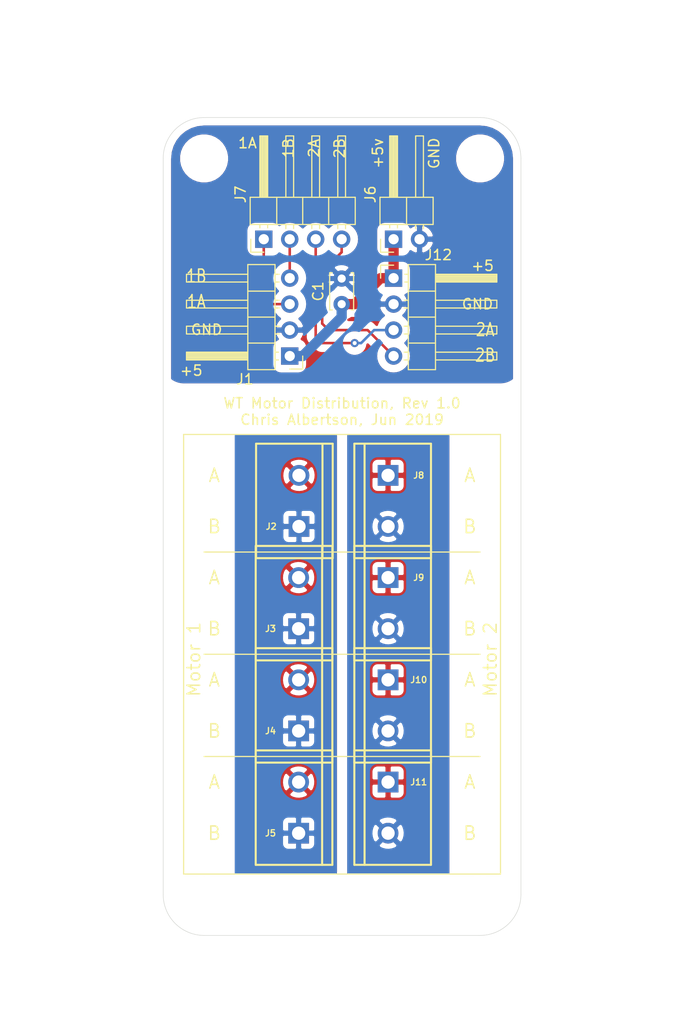
<source format=kicad_pcb>
(kicad_pcb (version 20171130) (host pcbnew "(5.1.2-1)-1")

  (general
    (thickness 1.6)
    (drawings 55)
    (tracks 35)
    (zones 0)
    (modules 17)
    (nets 11)
  )

  (page A4)
  (layers
    (0 F.Cu signal)
    (31 B.Cu signal)
    (32 B.Adhes user)
    (33 F.Adhes user)
    (34 B.Paste user)
    (35 F.Paste user)
    (36 B.SilkS user)
    (37 F.SilkS user)
    (38 B.Mask user)
    (39 F.Mask user)
    (40 Dwgs.User user)
    (41 Cmts.User user)
    (42 Eco1.User user)
    (43 Eco2.User user)
    (44 Edge.Cuts user)
    (45 Margin user)
    (46 B.CrtYd user)
    (47 F.CrtYd user)
    (48 B.Fab user)
    (49 F.Fab user)
  )

  (setup
    (last_trace_width 0.25)
    (trace_clearance 0.2)
    (zone_clearance 0.75)
    (zone_45_only no)
    (trace_min 0.2)
    (via_size 0.8)
    (via_drill 0.4)
    (via_min_size 0.4)
    (via_min_drill 0.3)
    (uvia_size 0.3)
    (uvia_drill 0.1)
    (uvias_allowed no)
    (uvia_min_size 0.2)
    (uvia_min_drill 0.1)
    (edge_width 0.05)
    (segment_width 0.2)
    (pcb_text_width 0.3)
    (pcb_text_size 1.5 1.5)
    (mod_edge_width 0.12)
    (mod_text_size 1 1)
    (mod_text_width 0.15)
    (pad_size 1.524 1.524)
    (pad_drill 1.016)
    (pad_to_mask_clearance 0.051)
    (solder_mask_min_width 0.25)
    (aux_axis_origin 0 0)
    (visible_elements FFFFFF7F)
    (pcbplotparams
      (layerselection 0x010fc_ffffffff)
      (usegerberextensions false)
      (usegerberattributes false)
      (usegerberadvancedattributes false)
      (creategerberjobfile false)
      (excludeedgelayer true)
      (linewidth 0.100000)
      (plotframeref false)
      (viasonmask false)
      (mode 1)
      (useauxorigin false)
      (hpglpennumber 1)
      (hpglpenspeed 20)
      (hpglpendiameter 15.000000)
      (psnegative false)
      (psa4output false)
      (plotreference true)
      (plotvalue true)
      (plotinvisibletext false)
      (padsonsilk false)
      (subtractmaskfromsilk false)
      (outputformat 1)
      (mirror false)
      (drillshape 0)
      (scaleselection 1)
      (outputdirectory "gerbers"))
  )

  (net 0 "")
  (net 1 +5V)
  (net 2 GND)
  (net 3 /enc_m1a)
  (net 4 /enc_m1b)
  (net 5 /enc_m2a)
  (net 6 /enc_m2b)
  (net 7 /m1b)
  (net 8 /m1a)
  (net 9 /m2b)
  (net 10 /m2a)

  (net_class Default "This is the default net class."
    (clearance 0.2)
    (trace_width 0.25)
    (via_dia 0.8)
    (via_drill 0.4)
    (uvia_dia 0.3)
    (uvia_drill 0.1)
    (add_net +5V)
    (add_net /enc_m1a)
    (add_net /enc_m1b)
    (add_net /enc_m2a)
    (add_net /enc_m2b)
    (add_net /m1a)
    (add_net /m1b)
    (add_net /m2a)
    (add_net /m2b)
    (add_net GND)
  )

  (net_class "pwr .5mm" ""
    (clearance 0.2)
    (trace_width 0.5)
    (via_dia 0.8)
    (via_drill 0.4)
    (uvia_dia 0.3)
    (uvia_drill 0.1)
  )

  (module MountingHole:MountingHole_3.2mm_M3 (layer F.Cu) (tedit 56D1B4CB) (tstamp 5CF4FAAC)
    (at 138 26)
    (descr "Mounting Hole 3.2mm, no annular, M3")
    (tags "mounting hole 3.2mm no annular m3")
    (attr virtual)
    (fp_text reference REF** (at 0 -4.2) (layer F.SilkS) hide
      (effects (font (size 1 1) (thickness 0.15)))
    )
    (fp_text value MountingHole_3.2mm_M3 (at 0 4.2) (layer F.Fab)
      (effects (font (size 1 1) (thickness 0.15)))
    )
    (fp_circle (center 0 0) (end 3.45 0) (layer F.CrtYd) (width 0.05))
    (fp_circle (center 0 0) (end 3.2 0) (layer Cmts.User) (width 0.15))
    (fp_text user %R (at 0.3 0) (layer F.Fab)
      (effects (font (size 1 1) (thickness 0.15)))
    )
    (pad 1 np_thru_hole circle (at 0 0) (size 3.2 3.2) (drill 3.2) (layers *.Cu *.Mask))
  )

  (module MountingHole:MountingHole_3.2mm_M3 (layer F.Cu) (tedit 56D1B4CB) (tstamp 5CF4FAAC)
    (at 111 26)
    (descr "Mounting Hole 3.2mm, no annular, M3")
    (tags "mounting hole 3.2mm no annular m3")
    (attr virtual)
    (fp_text reference REF** (at 0 -4.2) (layer F.SilkS) hide
      (effects (font (size 1 1) (thickness 0.15)))
    )
    (fp_text value MountingHole_3.2mm_M3 (at 0 4.2) (layer F.Fab)
      (effects (font (size 1 1) (thickness 0.15)))
    )
    (fp_circle (center 0 0) (end 3.45 0) (layer F.CrtYd) (width 0.05))
    (fp_circle (center 0 0) (end 3.2 0) (layer Cmts.User) (width 0.15))
    (fp_text user %R (at 0.3 0) (layer F.Fab)
      (effects (font (size 1 1) (thickness 0.15)))
    )
    (pad 1 np_thru_hole circle (at 0 0) (size 3.2 3.2) (drill 3.2) (layers *.Cu *.Mask))
  )

  (module Connectors:SCREWTERMINAL-5MM-2 (layer F.Cu) (tedit 5CF5AA05) (tstamp 5CF4A09D)
    (at 129 15 270)
    (descr "SCREW TERMINAL  5MM PITCH -2 PIN PTH")
    (tags "SCREW TERMINAL  5MM PITCH -2 PIN PTH")
    (path /5CF3DEAE)
    (attr virtual)
    (fp_text reference J11 (at 0 -3 180) (layer F.SilkS)
      (effects (font (size 0.6096 0.6096) (thickness 0.127)))
    )
    (fp_text value Screw_Terminal_01x02 (at 0 3.937 90) (layer F.SilkS) hide
      (effects (font (size 0.6096 0.6096) (thickness 0.127)))
    )
    (fp_circle (center 2.49936 -3.69824) (end 2.49936 -3.98018) (layer Dwgs.User) (width 0.127))
    (fp_line (start 8.6995 -2.99974) (end 8.09752 -2.99974) (layer Dwgs.User) (width 0.2032))
    (fp_line (start 8.6995 -3.99796) (end 8.6995 -2.99974) (layer Dwgs.User) (width 0.2032))
    (fp_line (start 8.09752 -3.99796) (end 8.6995 -3.99796) (layer Dwgs.User) (width 0.2032))
    (fp_line (start -3.69824 2.3495) (end -3.0988 2.3495) (layer Dwgs.User) (width 0.2032))
    (fp_line (start -3.69824 1.34874) (end -3.69824 2.3495) (layer Dwgs.User) (width 0.2032))
    (fp_line (start -3.0988 1.34874) (end -3.69824 1.34874) (layer Dwgs.User) (width 0.2032))
    (fp_line (start 8.09752 2.2987) (end -3.0988 2.2987) (layer F.SilkS) (width 0.2032))
    (fp_line (start -3.0988 2.2987) (end -3.0988 -4.19862) (layer F.SilkS) (width 0.2032))
    (fp_line (start -3.0988 3.29946) (end -3.0988 2.2987) (layer F.SilkS) (width 0.2032))
    (fp_line (start 8.09752 3.29946) (end -3.0988 3.29946) (layer F.SilkS) (width 0.2032))
    (fp_line (start 8.09752 2.2987) (end 8.09752 3.29946) (layer F.SilkS) (width 0.2032))
    (fp_line (start 8.09752 -4.19862) (end 8.09752 2.2987) (layer F.SilkS) (width 0.2032))
    (fp_line (start -3.0988 -4.19862) (end 8.09752 -4.19862) (layer F.SilkS) (width 0.2032))
    (pad 2 thru_hole circle (at 4.99872 0 270) (size 2.032 2.032) (drill 1.29794) (layers *.Cu *.Mask)
      (net 9 /m2b) (solder_mask_margin 0.1016))
    (pad 1 thru_hole rect (at 0 0 270) (size 2.032 2.032) (drill 1.29794) (layers *.Cu *.Mask)
      (net 10 /m2a) (solder_mask_margin 0.1016))
    (model ${MY3D}/ScrewTerminalBlock5mm2.step
      (offset (xyz 7.5 4.7 10.8))
      (scale (xyz 1 1 1))
      (rotate (xyz 0 0 180))
    )
  )

  (module Connectors:SCREWTERMINAL-5MM-2 (layer F.Cu) (tedit 5CF5AA05) (tstamp 5CF4A09D)
    (at 129 5 270)
    (descr "SCREW TERMINAL  5MM PITCH -2 PIN PTH")
    (tags "SCREW TERMINAL  5MM PITCH -2 PIN PTH")
    (path /5CF3FC2E)
    (attr virtual)
    (fp_text reference J10 (at 0 -3 180) (layer F.SilkS)
      (effects (font (size 0.6096 0.6096) (thickness 0.127)))
    )
    (fp_text value Screw_Terminal_01x02 (at 0 3.937 90) (layer F.SilkS) hide
      (effects (font (size 0.6096 0.6096) (thickness 0.127)))
    )
    (fp_circle (center 2.49936 -3.69824) (end 2.49936 -3.98018) (layer Dwgs.User) (width 0.127))
    (fp_line (start 8.6995 -2.99974) (end 8.09752 -2.99974) (layer Dwgs.User) (width 0.2032))
    (fp_line (start 8.6995 -3.99796) (end 8.6995 -2.99974) (layer Dwgs.User) (width 0.2032))
    (fp_line (start 8.09752 -3.99796) (end 8.6995 -3.99796) (layer Dwgs.User) (width 0.2032))
    (fp_line (start -3.69824 2.3495) (end -3.0988 2.3495) (layer Dwgs.User) (width 0.2032))
    (fp_line (start -3.69824 1.34874) (end -3.69824 2.3495) (layer Dwgs.User) (width 0.2032))
    (fp_line (start -3.0988 1.34874) (end -3.69824 1.34874) (layer Dwgs.User) (width 0.2032))
    (fp_line (start 8.09752 2.2987) (end -3.0988 2.2987) (layer F.SilkS) (width 0.2032))
    (fp_line (start -3.0988 2.2987) (end -3.0988 -4.19862) (layer F.SilkS) (width 0.2032))
    (fp_line (start -3.0988 3.29946) (end -3.0988 2.2987) (layer F.SilkS) (width 0.2032))
    (fp_line (start 8.09752 3.29946) (end -3.0988 3.29946) (layer F.SilkS) (width 0.2032))
    (fp_line (start 8.09752 2.2987) (end 8.09752 3.29946) (layer F.SilkS) (width 0.2032))
    (fp_line (start 8.09752 -4.19862) (end 8.09752 2.2987) (layer F.SilkS) (width 0.2032))
    (fp_line (start -3.0988 -4.19862) (end 8.09752 -4.19862) (layer F.SilkS) (width 0.2032))
    (pad 2 thru_hole circle (at 4.99872 0 270) (size 2.032 2.032) (drill 1.29794) (layers *.Cu *.Mask)
      (net 9 /m2b) (solder_mask_margin 0.1016))
    (pad 1 thru_hole rect (at 0 0 270) (size 2.032 2.032) (drill 1.29794) (layers *.Cu *.Mask)
      (net 10 /m2a) (solder_mask_margin 0.1016))
    (model ${MY3D}/ScrewTerminalBlock5mm2.step
      (offset (xyz 7.5 4.7 10.8))
      (scale (xyz 1 1 1))
      (rotate (xyz 0 0 180))
    )
  )

  (module Connectors:SCREWTERMINAL-5MM-2 (layer F.Cu) (tedit 5CF5AA05) (tstamp 5CF4A09D)
    (at 129 -5 270)
    (descr "SCREW TERMINAL  5MM PITCH -2 PIN PTH")
    (tags "SCREW TERMINAL  5MM PITCH -2 PIN PTH")
    (path /5CF40991)
    (attr virtual)
    (fp_text reference J9 (at 0 -3) (layer F.SilkS)
      (effects (font (size 0.6096 0.6096) (thickness 0.127)))
    )
    (fp_text value Screw_Terminal_01x02 (at 0 3.937 90) (layer F.SilkS) hide
      (effects (font (size 0.6096 0.6096) (thickness 0.127)))
    )
    (fp_circle (center 2.49936 -3.69824) (end 2.49936 -3.98018) (layer Dwgs.User) (width 0.127))
    (fp_line (start 8.6995 -2.99974) (end 8.09752 -2.99974) (layer Dwgs.User) (width 0.2032))
    (fp_line (start 8.6995 -3.99796) (end 8.6995 -2.99974) (layer Dwgs.User) (width 0.2032))
    (fp_line (start 8.09752 -3.99796) (end 8.6995 -3.99796) (layer Dwgs.User) (width 0.2032))
    (fp_line (start -3.69824 2.3495) (end -3.0988 2.3495) (layer Dwgs.User) (width 0.2032))
    (fp_line (start -3.69824 1.34874) (end -3.69824 2.3495) (layer Dwgs.User) (width 0.2032))
    (fp_line (start -3.0988 1.34874) (end -3.69824 1.34874) (layer Dwgs.User) (width 0.2032))
    (fp_line (start 8.09752 2.2987) (end -3.0988 2.2987) (layer F.SilkS) (width 0.2032))
    (fp_line (start -3.0988 2.2987) (end -3.0988 -4.19862) (layer F.SilkS) (width 0.2032))
    (fp_line (start -3.0988 3.29946) (end -3.0988 2.2987) (layer F.SilkS) (width 0.2032))
    (fp_line (start 8.09752 3.29946) (end -3.0988 3.29946) (layer F.SilkS) (width 0.2032))
    (fp_line (start 8.09752 2.2987) (end 8.09752 3.29946) (layer F.SilkS) (width 0.2032))
    (fp_line (start 8.09752 -4.19862) (end 8.09752 2.2987) (layer F.SilkS) (width 0.2032))
    (fp_line (start -3.0988 -4.19862) (end 8.09752 -4.19862) (layer F.SilkS) (width 0.2032))
    (pad 2 thru_hole circle (at 4.99872 0 270) (size 2.032 2.032) (drill 1.29794) (layers *.Cu *.Mask)
      (net 9 /m2b) (solder_mask_margin 0.1016))
    (pad 1 thru_hole rect (at 0 0 270) (size 2.032 2.032) (drill 1.29794) (layers *.Cu *.Mask)
      (net 10 /m2a) (solder_mask_margin 0.1016))
    (model ${MY3D}/ScrewTerminalBlock5mm2.step
      (offset (xyz 7.5 4.7 10.8))
      (scale (xyz 1 1 1))
      (rotate (xyz 0 0 180))
    )
  )

  (module Connectors:SCREWTERMINAL-5MM-2 (layer F.Cu) (tedit 5CF5AA05) (tstamp 5CF4A09D)
    (at 129 -15 270)
    (descr "SCREW TERMINAL  5MM PITCH -2 PIN PTH")
    (tags "SCREW TERMINAL  5MM PITCH -2 PIN PTH")
    (path /5CF40E8E)
    (attr virtual)
    (fp_text reference J8 (at 0 -3 180) (layer F.SilkS)
      (effects (font (size 0.6096 0.6096) (thickness 0.127)))
    )
    (fp_text value Screw_Terminal_01x02 (at 0 3.937 90) (layer F.SilkS) hide
      (effects (font (size 0.6096 0.6096) (thickness 0.127)))
    )
    (fp_circle (center 2.49936 -3.69824) (end 2.49936 -3.98018) (layer Dwgs.User) (width 0.127))
    (fp_line (start 8.6995 -2.99974) (end 8.09752 -2.99974) (layer Dwgs.User) (width 0.2032))
    (fp_line (start 8.6995 -3.99796) (end 8.6995 -2.99974) (layer Dwgs.User) (width 0.2032))
    (fp_line (start 8.09752 -3.99796) (end 8.6995 -3.99796) (layer Dwgs.User) (width 0.2032))
    (fp_line (start -3.69824 2.3495) (end -3.0988 2.3495) (layer Dwgs.User) (width 0.2032))
    (fp_line (start -3.69824 1.34874) (end -3.69824 2.3495) (layer Dwgs.User) (width 0.2032))
    (fp_line (start -3.0988 1.34874) (end -3.69824 1.34874) (layer Dwgs.User) (width 0.2032))
    (fp_line (start 8.09752 2.2987) (end -3.0988 2.2987) (layer F.SilkS) (width 0.2032))
    (fp_line (start -3.0988 2.2987) (end -3.0988 -4.19862) (layer F.SilkS) (width 0.2032))
    (fp_line (start -3.0988 3.29946) (end -3.0988 2.2987) (layer F.SilkS) (width 0.2032))
    (fp_line (start 8.09752 3.29946) (end -3.0988 3.29946) (layer F.SilkS) (width 0.2032))
    (fp_line (start 8.09752 2.2987) (end 8.09752 3.29946) (layer F.SilkS) (width 0.2032))
    (fp_line (start 8.09752 -4.19862) (end 8.09752 2.2987) (layer F.SilkS) (width 0.2032))
    (fp_line (start -3.0988 -4.19862) (end 8.09752 -4.19862) (layer F.SilkS) (width 0.2032))
    (pad 2 thru_hole circle (at 4.99872 0 270) (size 2.032 2.032) (drill 1.29794) (layers *.Cu *.Mask)
      (net 9 /m2b) (solder_mask_margin 0.1016))
    (pad 1 thru_hole rect (at 0 0 270) (size 2.032 2.032) (drill 1.29794) (layers *.Cu *.Mask)
      (net 10 /m2a) (solder_mask_margin 0.1016))
    (model ${MY3D}/ScrewTerminalBlock5mm2.step
      (offset (xyz 7.5 4.7 10.8))
      (scale (xyz 1 1 1))
      (rotate (xyz 0 0 180))
    )
  )

  (module Connectors:SCREWTERMINAL-5MM-2 (layer F.Cu) (tedit 5CF5AA05) (tstamp 5CF4F4A2)
    (at 120.25 20 90)
    (descr "SCREW TERMINAL  5MM PITCH -2 PIN PTH")
    (tags "SCREW TERMINAL  5MM PITCH -2 PIN PTH")
    (path /5CF425CB)
    (attr virtual)
    (fp_text reference J5 (at 0 -2.75 180) (layer F.SilkS)
      (effects (font (size 0.6096 0.6096) (thickness 0.127)))
    )
    (fp_text value Screw_Terminal_01x02 (at 0 3.937 90) (layer F.SilkS) hide
      (effects (font (size 0.6096 0.6096) (thickness 0.127)))
    )
    (fp_circle (center 2.49936 -3.69824) (end 2.49936 -3.98018) (layer Dwgs.User) (width 0.127))
    (fp_line (start 8.6995 -2.99974) (end 8.09752 -2.99974) (layer Dwgs.User) (width 0.2032))
    (fp_line (start 8.6995 -3.99796) (end 8.6995 -2.99974) (layer Dwgs.User) (width 0.2032))
    (fp_line (start 8.09752 -3.99796) (end 8.6995 -3.99796) (layer Dwgs.User) (width 0.2032))
    (fp_line (start -3.69824 2.3495) (end -3.0988 2.3495) (layer Dwgs.User) (width 0.2032))
    (fp_line (start -3.69824 1.34874) (end -3.69824 2.3495) (layer Dwgs.User) (width 0.2032))
    (fp_line (start -3.0988 1.34874) (end -3.69824 1.34874) (layer Dwgs.User) (width 0.2032))
    (fp_line (start 8.09752 2.2987) (end -3.0988 2.2987) (layer F.SilkS) (width 0.2032))
    (fp_line (start -3.0988 2.2987) (end -3.0988 -4.19862) (layer F.SilkS) (width 0.2032))
    (fp_line (start -3.0988 3.29946) (end -3.0988 2.2987) (layer F.SilkS) (width 0.2032))
    (fp_line (start 8.09752 3.29946) (end -3.0988 3.29946) (layer F.SilkS) (width 0.2032))
    (fp_line (start 8.09752 2.2987) (end 8.09752 3.29946) (layer F.SilkS) (width 0.2032))
    (fp_line (start 8.09752 -4.19862) (end 8.09752 2.2987) (layer F.SilkS) (width 0.2032))
    (fp_line (start -3.0988 -4.19862) (end 8.09752 -4.19862) (layer F.SilkS) (width 0.2032))
    (pad 2 thru_hole circle (at 4.99872 0 90) (size 2.032 2.032) (drill 1.29794) (layers *.Cu *.Mask)
      (net 8 /m1a) (solder_mask_margin 0.1016))
    (pad 1 thru_hole rect (at 0 0 90) (size 2.032 2.032) (drill 1.29794) (layers *.Cu *.Mask)
      (net 7 /m1b) (solder_mask_margin 0.1016))
    (model ${MY3D}/ScrewTerminalBlock5mm2.step
      (offset (xyz 7.5 4.7 10.8))
      (scale (xyz 1 1 1))
      (rotate (xyz 0 0 180))
    )
  )

  (module Connectors:SCREWTERMINAL-5MM-2 (layer F.Cu) (tedit 5CF5AA05) (tstamp 5CF4F441)
    (at 120.25 10 90)
    (descr "SCREW TERMINAL  5MM PITCH -2 PIN PTH")
    (tags "SCREW TERMINAL  5MM PITCH -2 PIN PTH")
    (path /5CF4203D)
    (attr virtual)
    (fp_text reference J4 (at 0 -2.75 180) (layer F.SilkS)
      (effects (font (size 0.6096 0.6096) (thickness 0.127)))
    )
    (fp_text value Screw_Terminal_01x02 (at 0 3.937 90) (layer F.SilkS) hide
      (effects (font (size 0.6096 0.6096) (thickness 0.127)))
    )
    (fp_circle (center 2.49936 -3.69824) (end 2.49936 -3.98018) (layer Dwgs.User) (width 0.127))
    (fp_line (start 8.6995 -2.99974) (end 8.09752 -2.99974) (layer Dwgs.User) (width 0.2032))
    (fp_line (start 8.6995 -3.99796) (end 8.6995 -2.99974) (layer Dwgs.User) (width 0.2032))
    (fp_line (start 8.09752 -3.99796) (end 8.6995 -3.99796) (layer Dwgs.User) (width 0.2032))
    (fp_line (start -3.69824 2.3495) (end -3.0988 2.3495) (layer Dwgs.User) (width 0.2032))
    (fp_line (start -3.69824 1.34874) (end -3.69824 2.3495) (layer Dwgs.User) (width 0.2032))
    (fp_line (start -3.0988 1.34874) (end -3.69824 1.34874) (layer Dwgs.User) (width 0.2032))
    (fp_line (start 8.09752 2.2987) (end -3.0988 2.2987) (layer F.SilkS) (width 0.2032))
    (fp_line (start -3.0988 2.2987) (end -3.0988 -4.19862) (layer F.SilkS) (width 0.2032))
    (fp_line (start -3.0988 3.29946) (end -3.0988 2.2987) (layer F.SilkS) (width 0.2032))
    (fp_line (start 8.09752 3.29946) (end -3.0988 3.29946) (layer F.SilkS) (width 0.2032))
    (fp_line (start 8.09752 2.2987) (end 8.09752 3.29946) (layer F.SilkS) (width 0.2032))
    (fp_line (start 8.09752 -4.19862) (end 8.09752 2.2987) (layer F.SilkS) (width 0.2032))
    (fp_line (start -3.0988 -4.19862) (end 8.09752 -4.19862) (layer F.SilkS) (width 0.2032))
    (pad 2 thru_hole circle (at 4.99872 0 90) (size 2.032 2.032) (drill 1.29794) (layers *.Cu *.Mask)
      (net 8 /m1a) (solder_mask_margin 0.1016))
    (pad 1 thru_hole rect (at 0 0 90) (size 2.032 2.032) (drill 1.29794) (layers *.Cu *.Mask)
      (net 7 /m1b) (solder_mask_margin 0.1016))
    (model ${MY3D}/ScrewTerminalBlock5mm2.step
      (offset (xyz 7.5 4.7 10.8))
      (scale (xyz 1 1 1))
      (rotate (xyz 0 0 180))
    )
  )

  (module Connectors:SCREWTERMINAL-5MM-2 (layer F.Cu) (tedit 5CF5AA05) (tstamp 5CF4B097)
    (at 120.25 0 90)
    (descr "SCREW TERMINAL  5MM PITCH -2 PIN PTH")
    (tags "SCREW TERMINAL  5MM PITCH -2 PIN PTH")
    (path /5CF41B0D)
    (attr virtual)
    (fp_text reference J3 (at 0 -2.75 180) (layer F.SilkS)
      (effects (font (size 0.6096 0.6096) (thickness 0.127)))
    )
    (fp_text value Screw_Terminal_01x02 (at 0 3.937 90) (layer F.SilkS) hide
      (effects (font (size 0.6096 0.6096) (thickness 0.127)))
    )
    (fp_circle (center 2.49936 -3.69824) (end 2.49936 -3.98018) (layer Dwgs.User) (width 0.127))
    (fp_line (start 8.6995 -2.99974) (end 8.09752 -2.99974) (layer Dwgs.User) (width 0.2032))
    (fp_line (start 8.6995 -3.99796) (end 8.6995 -2.99974) (layer Dwgs.User) (width 0.2032))
    (fp_line (start 8.09752 -3.99796) (end 8.6995 -3.99796) (layer Dwgs.User) (width 0.2032))
    (fp_line (start -3.69824 2.3495) (end -3.0988 2.3495) (layer Dwgs.User) (width 0.2032))
    (fp_line (start -3.69824 1.34874) (end -3.69824 2.3495) (layer Dwgs.User) (width 0.2032))
    (fp_line (start -3.0988 1.34874) (end -3.69824 1.34874) (layer Dwgs.User) (width 0.2032))
    (fp_line (start 8.09752 2.2987) (end -3.0988 2.2987) (layer F.SilkS) (width 0.2032))
    (fp_line (start -3.0988 2.2987) (end -3.0988 -4.19862) (layer F.SilkS) (width 0.2032))
    (fp_line (start -3.0988 3.29946) (end -3.0988 2.2987) (layer F.SilkS) (width 0.2032))
    (fp_line (start 8.09752 3.29946) (end -3.0988 3.29946) (layer F.SilkS) (width 0.2032))
    (fp_line (start 8.09752 2.2987) (end 8.09752 3.29946) (layer F.SilkS) (width 0.2032))
    (fp_line (start 8.09752 -4.19862) (end 8.09752 2.2987) (layer F.SilkS) (width 0.2032))
    (fp_line (start -3.0988 -4.19862) (end 8.09752 -4.19862) (layer F.SilkS) (width 0.2032))
    (pad 2 thru_hole circle (at 4.99872 0 90) (size 2.032 2.032) (drill 1.29794) (layers *.Cu *.Mask)
      (net 8 /m1a) (solder_mask_margin 0.1016))
    (pad 1 thru_hole rect (at 0 0 90) (size 2.032 2.032) (drill 1.29794) (layers *.Cu *.Mask)
      (net 7 /m1b) (solder_mask_margin 0.1016))
    (model ${MY3D}/ScrewTerminalBlock5mm2.step
      (offset (xyz 7.5 4.7 10.8))
      (scale (xyz 1 1 1))
      (rotate (xyz 0 0 180))
    )
  )

  (module Connectors:SCREWTERMINAL-5MM-2 (layer F.Cu) (tedit 5CF5AA05) (tstamp 5CF49521)
    (at 120.285 -10 90)
    (descr "SCREW TERMINAL  5MM PITCH -2 PIN PTH")
    (tags "SCREW TERMINAL  5MM PITCH -2 PIN PTH")
    (path /5CF40FC9)
    (attr virtual)
    (fp_text reference J2 (at 0 -2.715 180) (layer F.SilkS)
      (effects (font (size 0.6096 0.6096) (thickness 0.127)))
    )
    (fp_text value Screw_Terminal_01x02 (at 0 3.937 90) (layer F.SilkS) hide
      (effects (font (size 0.6096 0.6096) (thickness 0.127)))
    )
    (fp_circle (center 2.49936 -3.69824) (end 2.49936 -3.98018) (layer Dwgs.User) (width 0.127))
    (fp_line (start 8.6995 -2.99974) (end 8.09752 -2.99974) (layer Dwgs.User) (width 0.2032))
    (fp_line (start 8.6995 -3.99796) (end 8.6995 -2.99974) (layer Dwgs.User) (width 0.2032))
    (fp_line (start 8.09752 -3.99796) (end 8.6995 -3.99796) (layer Dwgs.User) (width 0.2032))
    (fp_line (start -3.69824 2.3495) (end -3.0988 2.3495) (layer Dwgs.User) (width 0.2032))
    (fp_line (start -3.69824 1.34874) (end -3.69824 2.3495) (layer Dwgs.User) (width 0.2032))
    (fp_line (start -3.0988 1.34874) (end -3.69824 1.34874) (layer Dwgs.User) (width 0.2032))
    (fp_line (start 8.09752 2.2987) (end -3.0988 2.2987) (layer F.SilkS) (width 0.2032))
    (fp_line (start -3.0988 2.2987) (end -3.0988 -4.19862) (layer F.SilkS) (width 0.2032))
    (fp_line (start -3.0988 3.29946) (end -3.0988 2.2987) (layer F.SilkS) (width 0.2032))
    (fp_line (start 8.09752 3.29946) (end -3.0988 3.29946) (layer F.SilkS) (width 0.2032))
    (fp_line (start 8.09752 2.2987) (end 8.09752 3.29946) (layer F.SilkS) (width 0.2032))
    (fp_line (start 8.09752 -4.19862) (end 8.09752 2.2987) (layer F.SilkS) (width 0.2032))
    (fp_line (start -3.0988 -4.19862) (end 8.09752 -4.19862) (layer F.SilkS) (width 0.2032))
    (pad 2 thru_hole circle (at 4.99872 0 90) (size 2.032 2.032) (drill 1.29794) (layers *.Cu *.Mask)
      (net 8 /m1a) (solder_mask_margin 0.1016))
    (pad 1 thru_hole rect (at 0 0 90) (size 2.032 2.032) (drill 1.29794) (layers *.Cu *.Mask)
      (net 7 /m1b) (solder_mask_margin 0.1016))
    (model ${MY3D}/ScrewTerminalBlock5mm2.step
      (offset (xyz 7.5 4.7 10.8))
      (scale (xyz 1 1 1))
      (rotate (xyz 0 0 180))
    )
  )

  (module MountingHole:MountingHole_3.2mm_M3 (layer F.Cu) (tedit 56D1B4CB) (tstamp 5CF4BA81)
    (at 138 -46)
    (descr "Mounting Hole 3.2mm, no annular, M3")
    (tags "mounting hole 3.2mm no annular m3")
    (attr virtual)
    (fp_text reference REF** (at 0 -4.2) (layer F.SilkS) hide
      (effects (font (size 1 1) (thickness 0.15)))
    )
    (fp_text value MountingHole_3.2mm_M3 (at 0 4.2) (layer F.Fab)
      (effects (font (size 1 1) (thickness 0.15)))
    )
    (fp_circle (center 0 0) (end 3.45 0) (layer F.CrtYd) (width 0.05))
    (fp_circle (center 0 0) (end 3.2 0) (layer Cmts.User) (width 0.15))
    (fp_text user %R (at 0.3 0) (layer F.Fab)
      (effects (font (size 1 1) (thickness 0.15)))
    )
    (pad 1 np_thru_hole circle (at 0 0) (size 3.2 3.2) (drill 3.2) (layers *.Cu *.Mask))
  )

  (module MountingHole:MountingHole_3.2mm_M3 (layer F.Cu) (tedit 56D1B4CB) (tstamp 5CF4BA5D)
    (at 111 -46)
    (descr "Mounting Hole 3.2mm, no annular, M3")
    (tags "mounting hole 3.2mm no annular m3")
    (attr virtual)
    (fp_text reference REF** (at 0 -4.2) (layer F.SilkS) hide
      (effects (font (size 1 1) (thickness 0.15)))
    )
    (fp_text value MountingHole_3.2mm_M3 (at 0 4.2) (layer F.Fab)
      (effects (font (size 1 1) (thickness 0.15)))
    )
    (fp_circle (center 0 0) (end 3.45 0) (layer F.CrtYd) (width 0.05))
    (fp_circle (center 0 0) (end 3.2 0) (layer Cmts.User) (width 0.15))
    (fp_text user %R (at 0.3 0) (layer F.Fab)
      (effects (font (size 1 1) (thickness 0.15)))
    )
    (pad 1 np_thru_hole circle (at 0 0) (size 3.2 3.2) (drill 3.2) (layers *.Cu *.Mask))
  )

  (module Capacitor_THT:C_Disc_D3.4mm_W2.1mm_P2.50mm (layer F.Cu) (tedit 5AE50EF0) (tstamp 5CF4B5EF)
    (at 124.46 -31.75 90)
    (descr "C, Disc series, Radial, pin pitch=2.50mm, , diameter*width=3.4*2.1mm^2, Capacitor, http://www.vishay.com/docs/45233/krseries.pdf")
    (tags "C Disc series Radial pin pitch 2.50mm  diameter 3.4mm width 2.1mm Capacitor")
    (path /5CFA101E)
    (fp_text reference C1 (at 1.25 -2.3 90) (layer F.SilkS)
      (effects (font (size 1 1) (thickness 0.15)))
    )
    (fp_text value C (at 1.25 2.3 90) (layer F.Fab)
      (effects (font (size 1 1) (thickness 0.15)))
    )
    (fp_text user %R (at 1.25 0 90) (layer F.Fab)
      (effects (font (size 0.68 0.68) (thickness 0.102)))
    )
    (fp_line (start 3.55 -1.3) (end -1.05 -1.3) (layer F.CrtYd) (width 0.05))
    (fp_line (start 3.55 1.3) (end 3.55 -1.3) (layer F.CrtYd) (width 0.05))
    (fp_line (start -1.05 1.3) (end 3.55 1.3) (layer F.CrtYd) (width 0.05))
    (fp_line (start -1.05 -1.3) (end -1.05 1.3) (layer F.CrtYd) (width 0.05))
    (fp_line (start 3.07 0.925) (end 3.07 1.17) (layer F.SilkS) (width 0.12))
    (fp_line (start 3.07 -1.17) (end 3.07 -0.925) (layer F.SilkS) (width 0.12))
    (fp_line (start -0.57 0.925) (end -0.57 1.17) (layer F.SilkS) (width 0.12))
    (fp_line (start -0.57 -1.17) (end -0.57 -0.925) (layer F.SilkS) (width 0.12))
    (fp_line (start -0.57 1.17) (end 3.07 1.17) (layer F.SilkS) (width 0.12))
    (fp_line (start -0.57 -1.17) (end 3.07 -1.17) (layer F.SilkS) (width 0.12))
    (fp_line (start 2.95 -1.05) (end -0.45 -1.05) (layer F.Fab) (width 0.1))
    (fp_line (start 2.95 1.05) (end 2.95 -1.05) (layer F.Fab) (width 0.1))
    (fp_line (start -0.45 1.05) (end 2.95 1.05) (layer F.Fab) (width 0.1))
    (fp_line (start -0.45 -1.05) (end -0.45 1.05) (layer F.Fab) (width 0.1))
    (pad 2 thru_hole circle (at 2.5 0 90) (size 1.6 1.6) (drill 0.8) (layers *.Cu *.Mask)
      (net 2 GND))
    (pad 1 thru_hole circle (at 0 0 90) (size 1.6 1.6) (drill 0.8) (layers *.Cu *.Mask)
      (net 1 +5V))
    (model ${KISYS3DMOD}/Capacitor_THT.3dshapes/C_Disc_D3.4mm_W2.1mm_P2.50mm.wrl
      (at (xyz 0 0 0))
      (scale (xyz 1 1 1))
      (rotate (xyz 0 0 0))
    )
  )

  (module Connector_PinHeader_2.54mm:PinHeader_1x04_P2.54mm_Horizontal (layer F.Cu) (tedit 59FED5CB) (tstamp 5CF48544)
    (at 119.38 -26.67 180)
    (descr "Through hole angled pin header, 1x04, 2.54mm pitch, 6mm pin length, single row")
    (tags "Through hole angled pin header THT 1x04 2.54mm single row")
    (path /5CF4482E)
    (fp_text reference J1 (at 4.385 -2.27) (layer F.SilkS)
      (effects (font (size 1 1) (thickness 0.15)))
    )
    (fp_text value Conn_01x04_Male (at 4.385 9.89) (layer F.Fab)
      (effects (font (size 1 1) (thickness 0.15)))
    )
    (fp_text user %R (at 2.77 3.81 90) (layer F.Fab)
      (effects (font (size 1 1) (thickness 0.15)))
    )
    (fp_line (start 10.55 -1.8) (end -1.8 -1.8) (layer F.CrtYd) (width 0.05))
    (fp_line (start 10.55 9.4) (end 10.55 -1.8) (layer F.CrtYd) (width 0.05))
    (fp_line (start -1.8 9.4) (end 10.55 9.4) (layer F.CrtYd) (width 0.05))
    (fp_line (start -1.8 -1.8) (end -1.8 9.4) (layer F.CrtYd) (width 0.05))
    (fp_line (start -1.27 -1.27) (end 0 -1.27) (layer F.SilkS) (width 0.12))
    (fp_line (start -1.27 0) (end -1.27 -1.27) (layer F.SilkS) (width 0.12))
    (fp_line (start 1.042929 8) (end 1.44 8) (layer F.SilkS) (width 0.12))
    (fp_line (start 1.042929 7.24) (end 1.44 7.24) (layer F.SilkS) (width 0.12))
    (fp_line (start 10.1 8) (end 4.1 8) (layer F.SilkS) (width 0.12))
    (fp_line (start 10.1 7.24) (end 10.1 8) (layer F.SilkS) (width 0.12))
    (fp_line (start 4.1 7.24) (end 10.1 7.24) (layer F.SilkS) (width 0.12))
    (fp_line (start 1.44 6.35) (end 4.1 6.35) (layer F.SilkS) (width 0.12))
    (fp_line (start 1.042929 5.46) (end 1.44 5.46) (layer F.SilkS) (width 0.12))
    (fp_line (start 1.042929 4.7) (end 1.44 4.7) (layer F.SilkS) (width 0.12))
    (fp_line (start 10.1 5.46) (end 4.1 5.46) (layer F.SilkS) (width 0.12))
    (fp_line (start 10.1 4.7) (end 10.1 5.46) (layer F.SilkS) (width 0.12))
    (fp_line (start 4.1 4.7) (end 10.1 4.7) (layer F.SilkS) (width 0.12))
    (fp_line (start 1.44 3.81) (end 4.1 3.81) (layer F.SilkS) (width 0.12))
    (fp_line (start 1.042929 2.92) (end 1.44 2.92) (layer F.SilkS) (width 0.12))
    (fp_line (start 1.042929 2.16) (end 1.44 2.16) (layer F.SilkS) (width 0.12))
    (fp_line (start 10.1 2.92) (end 4.1 2.92) (layer F.SilkS) (width 0.12))
    (fp_line (start 10.1 2.16) (end 10.1 2.92) (layer F.SilkS) (width 0.12))
    (fp_line (start 4.1 2.16) (end 10.1 2.16) (layer F.SilkS) (width 0.12))
    (fp_line (start 1.44 1.27) (end 4.1 1.27) (layer F.SilkS) (width 0.12))
    (fp_line (start 1.11 0.38) (end 1.44 0.38) (layer F.SilkS) (width 0.12))
    (fp_line (start 1.11 -0.38) (end 1.44 -0.38) (layer F.SilkS) (width 0.12))
    (fp_line (start 4.1 0.28) (end 10.1 0.28) (layer F.SilkS) (width 0.12))
    (fp_line (start 4.1 0.16) (end 10.1 0.16) (layer F.SilkS) (width 0.12))
    (fp_line (start 4.1 0.04) (end 10.1 0.04) (layer F.SilkS) (width 0.12))
    (fp_line (start 4.1 -0.08) (end 10.1 -0.08) (layer F.SilkS) (width 0.12))
    (fp_line (start 4.1 -0.2) (end 10.1 -0.2) (layer F.SilkS) (width 0.12))
    (fp_line (start 4.1 -0.32) (end 10.1 -0.32) (layer F.SilkS) (width 0.12))
    (fp_line (start 10.1 0.38) (end 4.1 0.38) (layer F.SilkS) (width 0.12))
    (fp_line (start 10.1 -0.38) (end 10.1 0.38) (layer F.SilkS) (width 0.12))
    (fp_line (start 4.1 -0.38) (end 10.1 -0.38) (layer F.SilkS) (width 0.12))
    (fp_line (start 4.1 -1.33) (end 1.44 -1.33) (layer F.SilkS) (width 0.12))
    (fp_line (start 4.1 8.95) (end 4.1 -1.33) (layer F.SilkS) (width 0.12))
    (fp_line (start 1.44 8.95) (end 4.1 8.95) (layer F.SilkS) (width 0.12))
    (fp_line (start 1.44 -1.33) (end 1.44 8.95) (layer F.SilkS) (width 0.12))
    (fp_line (start 4.04 7.94) (end 10.04 7.94) (layer F.Fab) (width 0.1))
    (fp_line (start 10.04 7.3) (end 10.04 7.94) (layer F.Fab) (width 0.1))
    (fp_line (start 4.04 7.3) (end 10.04 7.3) (layer F.Fab) (width 0.1))
    (fp_line (start -0.32 7.94) (end 1.5 7.94) (layer F.Fab) (width 0.1))
    (fp_line (start -0.32 7.3) (end -0.32 7.94) (layer F.Fab) (width 0.1))
    (fp_line (start -0.32 7.3) (end 1.5 7.3) (layer F.Fab) (width 0.1))
    (fp_line (start 4.04 5.4) (end 10.04 5.4) (layer F.Fab) (width 0.1))
    (fp_line (start 10.04 4.76) (end 10.04 5.4) (layer F.Fab) (width 0.1))
    (fp_line (start 4.04 4.76) (end 10.04 4.76) (layer F.Fab) (width 0.1))
    (fp_line (start -0.32 5.4) (end 1.5 5.4) (layer F.Fab) (width 0.1))
    (fp_line (start -0.32 4.76) (end -0.32 5.4) (layer F.Fab) (width 0.1))
    (fp_line (start -0.32 4.76) (end 1.5 4.76) (layer F.Fab) (width 0.1))
    (fp_line (start 4.04 2.86) (end 10.04 2.86) (layer F.Fab) (width 0.1))
    (fp_line (start 10.04 2.22) (end 10.04 2.86) (layer F.Fab) (width 0.1))
    (fp_line (start 4.04 2.22) (end 10.04 2.22) (layer F.Fab) (width 0.1))
    (fp_line (start -0.32 2.86) (end 1.5 2.86) (layer F.Fab) (width 0.1))
    (fp_line (start -0.32 2.22) (end -0.32 2.86) (layer F.Fab) (width 0.1))
    (fp_line (start -0.32 2.22) (end 1.5 2.22) (layer F.Fab) (width 0.1))
    (fp_line (start 4.04 0.32) (end 10.04 0.32) (layer F.Fab) (width 0.1))
    (fp_line (start 10.04 -0.32) (end 10.04 0.32) (layer F.Fab) (width 0.1))
    (fp_line (start 4.04 -0.32) (end 10.04 -0.32) (layer F.Fab) (width 0.1))
    (fp_line (start -0.32 0.32) (end 1.5 0.32) (layer F.Fab) (width 0.1))
    (fp_line (start -0.32 -0.32) (end -0.32 0.32) (layer F.Fab) (width 0.1))
    (fp_line (start -0.32 -0.32) (end 1.5 -0.32) (layer F.Fab) (width 0.1))
    (fp_line (start 1.5 -0.635) (end 2.135 -1.27) (layer F.Fab) (width 0.1))
    (fp_line (start 1.5 8.89) (end 1.5 -0.635) (layer F.Fab) (width 0.1))
    (fp_line (start 4.04 8.89) (end 1.5 8.89) (layer F.Fab) (width 0.1))
    (fp_line (start 4.04 -1.27) (end 4.04 8.89) (layer F.Fab) (width 0.1))
    (fp_line (start 2.135 -1.27) (end 4.04 -1.27) (layer F.Fab) (width 0.1))
    (pad 4 thru_hole oval (at 0 7.62 180) (size 1.7 1.7) (drill 1) (layers *.Cu *.Mask)
      (net 4 /enc_m1b))
    (pad 3 thru_hole oval (at 0 5.08 180) (size 1.7 1.7) (drill 1) (layers *.Cu *.Mask)
      (net 3 /enc_m1a))
    (pad 2 thru_hole oval (at 0 2.54 180) (size 1.7 1.7) (drill 1) (layers *.Cu *.Mask)
      (net 2 GND))
    (pad 1 thru_hole rect (at 0 0 180) (size 1.7 1.7) (drill 1) (layers *.Cu *.Mask)
      (net 1 +5V))
    (model ${KISYS3DMOD}/Connector_PinHeader_2.54mm.3dshapes/PinHeader_1x04_P2.54mm_Horizontal.wrl
      (at (xyz 0 0 0))
      (scale (xyz 1 1 1))
      (rotate (xyz 0 0 0))
    )
  )

  (module Connector_PinHeader_2.54mm:PinHeader_1x02_P2.54mm_Horizontal (layer F.Cu) (tedit 59FED5CB) (tstamp 5CF485AB)
    (at 129.54 -38.1 90)
    (descr "Through hole angled pin header, 1x02, 2.54mm pitch, 6mm pin length, single row")
    (tags "Through hole angled pin header THT 1x02 2.54mm single row")
    (path /5CF44A7C)
    (fp_text reference J6 (at 4.385 -2.27 90) (layer F.SilkS)
      (effects (font (size 1 1) (thickness 0.15)))
    )
    (fp_text value Conn_01x02_Male (at 4.385 4.81 90) (layer F.Fab)
      (effects (font (size 1 1) (thickness 0.15)))
    )
    (fp_text user %R (at 2.77 1.27) (layer F.Fab)
      (effects (font (size 1 1) (thickness 0.15)))
    )
    (fp_line (start 10.55 -1.8) (end -1.8 -1.8) (layer F.CrtYd) (width 0.05))
    (fp_line (start 10.55 4.35) (end 10.55 -1.8) (layer F.CrtYd) (width 0.05))
    (fp_line (start -1.8 4.35) (end 10.55 4.35) (layer F.CrtYd) (width 0.05))
    (fp_line (start -1.8 -1.8) (end -1.8 4.35) (layer F.CrtYd) (width 0.05))
    (fp_line (start -1.27 -1.27) (end 0 -1.27) (layer F.SilkS) (width 0.12))
    (fp_line (start -1.27 0) (end -1.27 -1.27) (layer F.SilkS) (width 0.12))
    (fp_line (start 1.042929 2.92) (end 1.44 2.92) (layer F.SilkS) (width 0.12))
    (fp_line (start 1.042929 2.16) (end 1.44 2.16) (layer F.SilkS) (width 0.12))
    (fp_line (start 10.1 2.92) (end 4.1 2.92) (layer F.SilkS) (width 0.12))
    (fp_line (start 10.1 2.16) (end 10.1 2.92) (layer F.SilkS) (width 0.12))
    (fp_line (start 4.1 2.16) (end 10.1 2.16) (layer F.SilkS) (width 0.12))
    (fp_line (start 1.44 1.27) (end 4.1 1.27) (layer F.SilkS) (width 0.12))
    (fp_line (start 1.11 0.38) (end 1.44 0.38) (layer F.SilkS) (width 0.12))
    (fp_line (start 1.11 -0.38) (end 1.44 -0.38) (layer F.SilkS) (width 0.12))
    (fp_line (start 4.1 0.28) (end 10.1 0.28) (layer F.SilkS) (width 0.12))
    (fp_line (start 4.1 0.16) (end 10.1 0.16) (layer F.SilkS) (width 0.12))
    (fp_line (start 4.1 0.04) (end 10.1 0.04) (layer F.SilkS) (width 0.12))
    (fp_line (start 4.1 -0.08) (end 10.1 -0.08) (layer F.SilkS) (width 0.12))
    (fp_line (start 4.1 -0.2) (end 10.1 -0.2) (layer F.SilkS) (width 0.12))
    (fp_line (start 4.1 -0.32) (end 10.1 -0.32) (layer F.SilkS) (width 0.12))
    (fp_line (start 10.1 0.38) (end 4.1 0.38) (layer F.SilkS) (width 0.12))
    (fp_line (start 10.1 -0.38) (end 10.1 0.38) (layer F.SilkS) (width 0.12))
    (fp_line (start 4.1 -0.38) (end 10.1 -0.38) (layer F.SilkS) (width 0.12))
    (fp_line (start 4.1 -1.33) (end 1.44 -1.33) (layer F.SilkS) (width 0.12))
    (fp_line (start 4.1 3.87) (end 4.1 -1.33) (layer F.SilkS) (width 0.12))
    (fp_line (start 1.44 3.87) (end 4.1 3.87) (layer F.SilkS) (width 0.12))
    (fp_line (start 1.44 -1.33) (end 1.44 3.87) (layer F.SilkS) (width 0.12))
    (fp_line (start 4.04 2.86) (end 10.04 2.86) (layer F.Fab) (width 0.1))
    (fp_line (start 10.04 2.22) (end 10.04 2.86) (layer F.Fab) (width 0.1))
    (fp_line (start 4.04 2.22) (end 10.04 2.22) (layer F.Fab) (width 0.1))
    (fp_line (start -0.32 2.86) (end 1.5 2.86) (layer F.Fab) (width 0.1))
    (fp_line (start -0.32 2.22) (end -0.32 2.86) (layer F.Fab) (width 0.1))
    (fp_line (start -0.32 2.22) (end 1.5 2.22) (layer F.Fab) (width 0.1))
    (fp_line (start 4.04 0.32) (end 10.04 0.32) (layer F.Fab) (width 0.1))
    (fp_line (start 10.04 -0.32) (end 10.04 0.32) (layer F.Fab) (width 0.1))
    (fp_line (start 4.04 -0.32) (end 10.04 -0.32) (layer F.Fab) (width 0.1))
    (fp_line (start -0.32 0.32) (end 1.5 0.32) (layer F.Fab) (width 0.1))
    (fp_line (start -0.32 -0.32) (end -0.32 0.32) (layer F.Fab) (width 0.1))
    (fp_line (start -0.32 -0.32) (end 1.5 -0.32) (layer F.Fab) (width 0.1))
    (fp_line (start 1.5 -0.635) (end 2.135 -1.27) (layer F.Fab) (width 0.1))
    (fp_line (start 1.5 3.81) (end 1.5 -0.635) (layer F.Fab) (width 0.1))
    (fp_line (start 4.04 3.81) (end 1.5 3.81) (layer F.Fab) (width 0.1))
    (fp_line (start 4.04 -1.27) (end 4.04 3.81) (layer F.Fab) (width 0.1))
    (fp_line (start 2.135 -1.27) (end 4.04 -1.27) (layer F.Fab) (width 0.1))
    (pad 2 thru_hole oval (at 0 2.54 90) (size 1.7 1.7) (drill 1) (layers *.Cu *.Mask)
      (net 2 GND))
    (pad 1 thru_hole rect (at 0 0 90) (size 1.7 1.7) (drill 1) (layers *.Cu *.Mask)
      (net 1 +5V))
    (model ${KISYS3DMOD}/Connector_PinHeader_2.54mm.3dshapes/PinHeader_1x02_P2.54mm_Horizontal.wrl
      (at (xyz 0 0 0))
      (scale (xyz 1 1 1))
      (rotate (xyz 0 0 0))
    )
  )

  (module Connector_PinHeader_2.54mm:PinHeader_1x04_P2.54mm_Horizontal (layer F.Cu) (tedit 59FED5CB) (tstamp 5CF485F8)
    (at 116.84 -38.1 90)
    (descr "Through hole angled pin header, 1x04, 2.54mm pitch, 6mm pin length, single row")
    (tags "Through hole angled pin header THT 1x04 2.54mm single row")
    (path /5CF42EFA)
    (fp_text reference J7 (at 4.385 -2.27 90) (layer F.SilkS)
      (effects (font (size 1 1) (thickness 0.15)))
    )
    (fp_text value Conn_01x04_Male (at 4.385 9.89 90) (layer F.Fab)
      (effects (font (size 1 1) (thickness 0.15)))
    )
    (fp_text user %R (at 2.77 3.81) (layer F.Fab)
      (effects (font (size 1 1) (thickness 0.15)))
    )
    (fp_line (start 10.55 -1.8) (end -1.8 -1.8) (layer F.CrtYd) (width 0.05))
    (fp_line (start 10.55 9.4) (end 10.55 -1.8) (layer F.CrtYd) (width 0.05))
    (fp_line (start -1.8 9.4) (end 10.55 9.4) (layer F.CrtYd) (width 0.05))
    (fp_line (start -1.8 -1.8) (end -1.8 9.4) (layer F.CrtYd) (width 0.05))
    (fp_line (start -1.27 -1.27) (end 0 -1.27) (layer F.SilkS) (width 0.12))
    (fp_line (start -1.27 0) (end -1.27 -1.27) (layer F.SilkS) (width 0.12))
    (fp_line (start 1.042929 8) (end 1.44 8) (layer F.SilkS) (width 0.12))
    (fp_line (start 1.042929 7.24) (end 1.44 7.24) (layer F.SilkS) (width 0.12))
    (fp_line (start 10.1 8) (end 4.1 8) (layer F.SilkS) (width 0.12))
    (fp_line (start 10.1 7.24) (end 10.1 8) (layer F.SilkS) (width 0.12))
    (fp_line (start 4.1 7.24) (end 10.1 7.24) (layer F.SilkS) (width 0.12))
    (fp_line (start 1.44 6.35) (end 4.1 6.35) (layer F.SilkS) (width 0.12))
    (fp_line (start 1.042929 5.46) (end 1.44 5.46) (layer F.SilkS) (width 0.12))
    (fp_line (start 1.042929 4.7) (end 1.44 4.7) (layer F.SilkS) (width 0.12))
    (fp_line (start 10.1 5.46) (end 4.1 5.46) (layer F.SilkS) (width 0.12))
    (fp_line (start 10.1 4.7) (end 10.1 5.46) (layer F.SilkS) (width 0.12))
    (fp_line (start 4.1 4.7) (end 10.1 4.7) (layer F.SilkS) (width 0.12))
    (fp_line (start 1.44 3.81) (end 4.1 3.81) (layer F.SilkS) (width 0.12))
    (fp_line (start 1.042929 2.92) (end 1.44 2.92) (layer F.SilkS) (width 0.12))
    (fp_line (start 1.042929 2.16) (end 1.44 2.16) (layer F.SilkS) (width 0.12))
    (fp_line (start 10.1 2.92) (end 4.1 2.92) (layer F.SilkS) (width 0.12))
    (fp_line (start 10.1 2.16) (end 10.1 2.92) (layer F.SilkS) (width 0.12))
    (fp_line (start 4.1 2.16) (end 10.1 2.16) (layer F.SilkS) (width 0.12))
    (fp_line (start 1.44 1.27) (end 4.1 1.27) (layer F.SilkS) (width 0.12))
    (fp_line (start 1.11 0.38) (end 1.44 0.38) (layer F.SilkS) (width 0.12))
    (fp_line (start 1.11 -0.38) (end 1.44 -0.38) (layer F.SilkS) (width 0.12))
    (fp_line (start 4.1 0.28) (end 10.1 0.28) (layer F.SilkS) (width 0.12))
    (fp_line (start 4.1 0.16) (end 10.1 0.16) (layer F.SilkS) (width 0.12))
    (fp_line (start 4.1 0.04) (end 10.1 0.04) (layer F.SilkS) (width 0.12))
    (fp_line (start 4.1 -0.08) (end 10.1 -0.08) (layer F.SilkS) (width 0.12))
    (fp_line (start 4.1 -0.2) (end 10.1 -0.2) (layer F.SilkS) (width 0.12))
    (fp_line (start 4.1 -0.32) (end 10.1 -0.32) (layer F.SilkS) (width 0.12))
    (fp_line (start 10.1 0.38) (end 4.1 0.38) (layer F.SilkS) (width 0.12))
    (fp_line (start 10.1 -0.38) (end 10.1 0.38) (layer F.SilkS) (width 0.12))
    (fp_line (start 4.1 -0.38) (end 10.1 -0.38) (layer F.SilkS) (width 0.12))
    (fp_line (start 4.1 -1.33) (end 1.44 -1.33) (layer F.SilkS) (width 0.12))
    (fp_line (start 4.1 8.95) (end 4.1 -1.33) (layer F.SilkS) (width 0.12))
    (fp_line (start 1.44 8.95) (end 4.1 8.95) (layer F.SilkS) (width 0.12))
    (fp_line (start 1.44 -1.33) (end 1.44 8.95) (layer F.SilkS) (width 0.12))
    (fp_line (start 4.04 7.94) (end 10.04 7.94) (layer F.Fab) (width 0.1))
    (fp_line (start 10.04 7.3) (end 10.04 7.94) (layer F.Fab) (width 0.1))
    (fp_line (start 4.04 7.3) (end 10.04 7.3) (layer F.Fab) (width 0.1))
    (fp_line (start -0.32 7.94) (end 1.5 7.94) (layer F.Fab) (width 0.1))
    (fp_line (start -0.32 7.3) (end -0.32 7.94) (layer F.Fab) (width 0.1))
    (fp_line (start -0.32 7.3) (end 1.5 7.3) (layer F.Fab) (width 0.1))
    (fp_line (start 4.04 5.4) (end 10.04 5.4) (layer F.Fab) (width 0.1))
    (fp_line (start 10.04 4.76) (end 10.04 5.4) (layer F.Fab) (width 0.1))
    (fp_line (start 4.04 4.76) (end 10.04 4.76) (layer F.Fab) (width 0.1))
    (fp_line (start -0.32 5.4) (end 1.5 5.4) (layer F.Fab) (width 0.1))
    (fp_line (start -0.32 4.76) (end -0.32 5.4) (layer F.Fab) (width 0.1))
    (fp_line (start -0.32 4.76) (end 1.5 4.76) (layer F.Fab) (width 0.1))
    (fp_line (start 4.04 2.86) (end 10.04 2.86) (layer F.Fab) (width 0.1))
    (fp_line (start 10.04 2.22) (end 10.04 2.86) (layer F.Fab) (width 0.1))
    (fp_line (start 4.04 2.22) (end 10.04 2.22) (layer F.Fab) (width 0.1))
    (fp_line (start -0.32 2.86) (end 1.5 2.86) (layer F.Fab) (width 0.1))
    (fp_line (start -0.32 2.22) (end -0.32 2.86) (layer F.Fab) (width 0.1))
    (fp_line (start -0.32 2.22) (end 1.5 2.22) (layer F.Fab) (width 0.1))
    (fp_line (start 4.04 0.32) (end 10.04 0.32) (layer F.Fab) (width 0.1))
    (fp_line (start 10.04 -0.32) (end 10.04 0.32) (layer F.Fab) (width 0.1))
    (fp_line (start 4.04 -0.32) (end 10.04 -0.32) (layer F.Fab) (width 0.1))
    (fp_line (start -0.32 0.32) (end 1.5 0.32) (layer F.Fab) (width 0.1))
    (fp_line (start -0.32 -0.32) (end -0.32 0.32) (layer F.Fab) (width 0.1))
    (fp_line (start -0.32 -0.32) (end 1.5 -0.32) (layer F.Fab) (width 0.1))
    (fp_line (start 1.5 -0.635) (end 2.135 -1.27) (layer F.Fab) (width 0.1))
    (fp_line (start 1.5 8.89) (end 1.5 -0.635) (layer F.Fab) (width 0.1))
    (fp_line (start 4.04 8.89) (end 1.5 8.89) (layer F.Fab) (width 0.1))
    (fp_line (start 4.04 -1.27) (end 4.04 8.89) (layer F.Fab) (width 0.1))
    (fp_line (start 2.135 -1.27) (end 4.04 -1.27) (layer F.Fab) (width 0.1))
    (pad 4 thru_hole oval (at 0 7.62 90) (size 1.7 1.7) (drill 1) (layers *.Cu *.Mask)
      (net 6 /enc_m2b))
    (pad 3 thru_hole oval (at 0 5.08 90) (size 1.7 1.7) (drill 1) (layers *.Cu *.Mask)
      (net 5 /enc_m2a))
    (pad 2 thru_hole oval (at 0 2.54 90) (size 1.7 1.7) (drill 1) (layers *.Cu *.Mask)
      (net 4 /enc_m1b))
    (pad 1 thru_hole rect (at 0 0 90) (size 1.7 1.7) (drill 1) (layers *.Cu *.Mask)
      (net 3 /enc_m1a))
    (model ${KISYS3DMOD}/Connector_PinHeader_2.54mm.3dshapes/PinHeader_1x04_P2.54mm_Horizontal.wrl
      (at (xyz 0 0 0))
      (scale (xyz 1 1 1))
      (rotate (xyz 0 0 0))
    )
  )

  (module Connector_PinHeader_2.54mm:PinHeader_1x04_P2.54mm_Horizontal (layer F.Cu) (tedit 59FED5CB) (tstamp 5CF48DE8)
    (at 129.54 -34.29)
    (descr "Through hole angled pin header, 1x04, 2.54mm pitch, 6mm pin length, single row")
    (tags "Through hole angled pin header THT 1x04 2.54mm single row")
    (path /5CF4462D)
    (fp_text reference J12 (at 4.385 -2.27) (layer F.SilkS)
      (effects (font (size 1 1) (thickness 0.15)))
    )
    (fp_text value Conn_01x04_Male (at 4.385 9.89) (layer F.Fab)
      (effects (font (size 1 1) (thickness 0.15)))
    )
    (fp_text user %R (at 3.175 3.704999 90) (layer F.Fab)
      (effects (font (size 1 1) (thickness 0.15)))
    )
    (fp_line (start 10.55 -1.8) (end -1.8 -1.8) (layer F.CrtYd) (width 0.05))
    (fp_line (start 10.55 9.4) (end 10.55 -1.8) (layer F.CrtYd) (width 0.05))
    (fp_line (start -1.8 9.4) (end 10.55 9.4) (layer F.CrtYd) (width 0.05))
    (fp_line (start -1.8 -1.8) (end -1.8 9.4) (layer F.CrtYd) (width 0.05))
    (fp_line (start -1.27 -1.27) (end 0 -1.27) (layer F.SilkS) (width 0.12))
    (fp_line (start -1.27 0) (end -1.27 -1.27) (layer F.SilkS) (width 0.12))
    (fp_line (start 1.042929 8) (end 1.44 8) (layer F.SilkS) (width 0.12))
    (fp_line (start 1.042929 7.24) (end 1.44 7.24) (layer F.SilkS) (width 0.12))
    (fp_line (start 10.1 8) (end 4.1 8) (layer F.SilkS) (width 0.12))
    (fp_line (start 10.1 7.24) (end 10.1 8) (layer F.SilkS) (width 0.12))
    (fp_line (start 4.1 7.24) (end 10.1 7.24) (layer F.SilkS) (width 0.12))
    (fp_line (start 1.44 6.35) (end 4.1 6.35) (layer F.SilkS) (width 0.12))
    (fp_line (start 1.042929 5.46) (end 1.44 5.46) (layer F.SilkS) (width 0.12))
    (fp_line (start 1.042929 4.7) (end 1.44 4.7) (layer F.SilkS) (width 0.12))
    (fp_line (start 10.1 5.46) (end 4.1 5.46) (layer F.SilkS) (width 0.12))
    (fp_line (start 10.1 4.7) (end 10.1 5.46) (layer F.SilkS) (width 0.12))
    (fp_line (start 4.1 4.7) (end 10.1 4.7) (layer F.SilkS) (width 0.12))
    (fp_line (start 1.44 3.81) (end 4.1 3.81) (layer F.SilkS) (width 0.12))
    (fp_line (start 1.042929 2.92) (end 1.44 2.92) (layer F.SilkS) (width 0.12))
    (fp_line (start 1.042929 2.16) (end 1.44 2.16) (layer F.SilkS) (width 0.12))
    (fp_line (start 10.1 2.92) (end 4.1 2.92) (layer F.SilkS) (width 0.12))
    (fp_line (start 10.1 2.16) (end 10.1 2.92) (layer F.SilkS) (width 0.12))
    (fp_line (start 4.1 2.16) (end 10.1 2.16) (layer F.SilkS) (width 0.12))
    (fp_line (start 1.44 1.27) (end 4.1 1.27) (layer F.SilkS) (width 0.12))
    (fp_line (start 1.11 0.38) (end 1.44 0.38) (layer F.SilkS) (width 0.12))
    (fp_line (start 1.11 -0.38) (end 1.44 -0.38) (layer F.SilkS) (width 0.12))
    (fp_line (start 4.1 0.28) (end 10.1 0.28) (layer F.SilkS) (width 0.12))
    (fp_line (start 4.1 0.16) (end 10.1 0.16) (layer F.SilkS) (width 0.12))
    (fp_line (start 4.1 0.04) (end 10.1 0.04) (layer F.SilkS) (width 0.12))
    (fp_line (start 4.1 -0.08) (end 10.1 -0.08) (layer F.SilkS) (width 0.12))
    (fp_line (start 4.1 -0.2) (end 10.1 -0.2) (layer F.SilkS) (width 0.12))
    (fp_line (start 4.1 -0.32) (end 10.1 -0.32) (layer F.SilkS) (width 0.12))
    (fp_line (start 10.1 0.38) (end 4.1 0.38) (layer F.SilkS) (width 0.12))
    (fp_line (start 10.1 -0.38) (end 10.1 0.38) (layer F.SilkS) (width 0.12))
    (fp_line (start 4.1 -0.38) (end 10.1 -0.38) (layer F.SilkS) (width 0.12))
    (fp_line (start 4.1 -1.33) (end 1.44 -1.33) (layer F.SilkS) (width 0.12))
    (fp_line (start 4.1 8.95) (end 4.1 -1.33) (layer F.SilkS) (width 0.12))
    (fp_line (start 1.44 8.95) (end 4.1 8.95) (layer F.SilkS) (width 0.12))
    (fp_line (start 1.44 -1.33) (end 1.44 8.95) (layer F.SilkS) (width 0.12))
    (fp_line (start 4.04 7.94) (end 10.04 7.94) (layer F.Fab) (width 0.1))
    (fp_line (start 10.04 7.3) (end 10.04 7.94) (layer F.Fab) (width 0.1))
    (fp_line (start 4.04 7.3) (end 10.04 7.3) (layer F.Fab) (width 0.1))
    (fp_line (start -0.32 7.94) (end 1.5 7.94) (layer F.Fab) (width 0.1))
    (fp_line (start -0.32 7.3) (end -0.32 7.94) (layer F.Fab) (width 0.1))
    (fp_line (start -0.32 7.3) (end 1.5 7.3) (layer F.Fab) (width 0.1))
    (fp_line (start 4.04 5.4) (end 10.04 5.4) (layer F.Fab) (width 0.1))
    (fp_line (start 10.04 4.76) (end 10.04 5.4) (layer F.Fab) (width 0.1))
    (fp_line (start 4.04 4.76) (end 10.04 4.76) (layer F.Fab) (width 0.1))
    (fp_line (start -0.32 5.4) (end 1.5 5.4) (layer F.Fab) (width 0.1))
    (fp_line (start -0.32 4.76) (end -0.32 5.4) (layer F.Fab) (width 0.1))
    (fp_line (start -0.32 4.76) (end 1.5 4.76) (layer F.Fab) (width 0.1))
    (fp_line (start 4.04 2.86) (end 10.04 2.86) (layer F.Fab) (width 0.1))
    (fp_line (start 10.04 2.22) (end 10.04 2.86) (layer F.Fab) (width 0.1))
    (fp_line (start 4.04 2.22) (end 10.04 2.22) (layer F.Fab) (width 0.1))
    (fp_line (start -0.32 2.86) (end 1.5 2.86) (layer F.Fab) (width 0.1))
    (fp_line (start -0.32 2.22) (end -0.32 2.86) (layer F.Fab) (width 0.1))
    (fp_line (start -0.32 2.22) (end 1.5 2.22) (layer F.Fab) (width 0.1))
    (fp_line (start 4.04 0.32) (end 10.04 0.32) (layer F.Fab) (width 0.1))
    (fp_line (start 10.04 -0.32) (end 10.04 0.32) (layer F.Fab) (width 0.1))
    (fp_line (start 4.04 -0.32) (end 10.04 -0.32) (layer F.Fab) (width 0.1))
    (fp_line (start -0.32 0.32) (end 1.5 0.32) (layer F.Fab) (width 0.1))
    (fp_line (start -0.32 -0.32) (end -0.32 0.32) (layer F.Fab) (width 0.1))
    (fp_line (start -0.32 -0.32) (end 1.5 -0.32) (layer F.Fab) (width 0.1))
    (fp_line (start 1.5 -0.635) (end 2.135 -1.27) (layer F.Fab) (width 0.1))
    (fp_line (start 1.5 8.89) (end 1.5 -0.635) (layer F.Fab) (width 0.1))
    (fp_line (start 4.04 8.89) (end 1.5 8.89) (layer F.Fab) (width 0.1))
    (fp_line (start 4.04 -1.27) (end 4.04 8.89) (layer F.Fab) (width 0.1))
    (fp_line (start 2.135 -1.27) (end 4.04 -1.27) (layer F.Fab) (width 0.1))
    (pad 4 thru_hole oval (at 0 7.62) (size 1.7 1.7) (drill 1) (layers *.Cu *.Mask)
      (net 6 /enc_m2b))
    (pad 3 thru_hole oval (at 0 5.08) (size 1.7 1.7) (drill 1) (layers *.Cu *.Mask)
      (net 5 /enc_m2a))
    (pad 2 thru_hole oval (at 0 2.54) (size 1.7 1.7) (drill 1) (layers *.Cu *.Mask)
      (net 2 GND))
    (pad 1 thru_hole rect (at 0 0) (size 1.7 1.7) (drill 1) (layers *.Cu *.Mask)
      (net 1 +5V))
    (model ${KISYS3DMOD}/Connector_PinHeader_2.54mm.3dshapes/PinHeader_1x04_P2.54mm_Horizontal.wrl
      (at (xyz 0 0 0))
      (scale (xyz 1 1 1))
      (rotate (xyz 0 0 0))
    )
  )

  (gr_line (start 111 -7.5) (end 138 -7.5) (layer F.SilkS) (width 0.12) (tstamp 5CF60A97))
  (gr_line (start 111 12.5) (end 138 12.5) (layer F.SilkS) (width 0.12) (tstamp 5CF60A97))
  (gr_line (start 111 2.5) (end 138 2.5) (layer F.SilkS) (width 0.12))
  (gr_line (start 109 -19) (end 135 -19) (layer F.SilkS) (width 0.12) (tstamp 5CF60A5B))
  (gr_line (start 109 24) (end 109 -19) (layer F.SilkS) (width 0.12))
  (gr_line (start 140 24) (end 109 24) (layer F.SilkS) (width 0.12))
  (gr_line (start 140 -19) (end 140 24) (layer F.SilkS) (width 0.12))
  (gr_line (start 135 -19) (end 140 -19) (layer F.SilkS) (width 0.12))
  (gr_text B (at 137 -10) (layer F.SilkS) (tstamp 5CF60A3F)
    (effects (font (size 1.3 1.3) (thickness 0.15)))
  )
  (gr_text B (at 137 0) (layer F.SilkS) (tstamp 5CF60A3F)
    (effects (font (size 1.3 1.3) (thickness 0.15)))
  )
  (gr_text B (at 137 10) (layer F.SilkS) (tstamp 5CF60A3F)
    (effects (font (size 1.3 1.3) (thickness 0.15)))
  )
  (gr_text B (at 137 20) (layer F.SilkS) (tstamp 5CF60A3F)
    (effects (font (size 1.3 1.3) (thickness 0.15)))
  )
  (gr_text B (at 112 20) (layer F.SilkS) (tstamp 5CF60A3F)
    (effects (font (size 1.3 1.3) (thickness 0.15)))
  )
  (gr_text B (at 112 10) (layer F.SilkS) (tstamp 5CF60A3F)
    (effects (font (size 1.3 1.3) (thickness 0.15)))
  )
  (gr_text B (at 112 0) (layer F.SilkS) (tstamp 5CF60A3F)
    (effects (font (size 1.3 1.3) (thickness 0.15)))
  )
  (gr_text A (at 137 15) (layer F.SilkS) (tstamp 5CF60A33)
    (effects (font (size 1.3 1.3) (thickness 0.15)))
  )
  (gr_text A (at 137 5) (layer F.SilkS) (tstamp 5CF60A33)
    (effects (font (size 1.3 1.3) (thickness 0.15)))
  )
  (gr_text A (at 137 -5) (layer F.SilkS) (tstamp 5CF60A33)
    (effects (font (size 1.3 1.3) (thickness 0.15)))
  )
  (gr_text A (at 137 -15) (layer F.SilkS) (tstamp 5CF60A33)
    (effects (font (size 1.3 1.3) (thickness 0.15)))
  )
  (gr_text A (at 112 15) (layer F.SilkS) (tstamp 5CF60A33)
    (effects (font (size 1.3 1.3) (thickness 0.15)))
  )
  (gr_text A (at 112 5) (layer F.SilkS) (tstamp 5CF60A33)
    (effects (font (size 1.3 1.3) (thickness 0.15)))
  )
  (gr_text A (at 112 -5) (layer F.SilkS) (tstamp 5CF60A33)
    (effects (font (size 1.3 1.3) (thickness 0.15)))
  )
  (gr_text B (at 112 -10) (layer F.SilkS)
    (effects (font (size 1.3 1.3) (thickness 0.15)))
  )
  (gr_text A (at 112 -15) (layer F.SilkS)
    (effects (font (size 1.3 1.3) (thickness 0.15)))
  )
  (dimension 27 (width 0.15) (layer F.Fab)
    (gr_text "27.000 mm" (at 124.5 39.3) (layer F.Fab)
      (effects (font (size 1 1) (thickness 0.15)))
    )
    (feature1 (pts (xy 138 26) (xy 138 38.586421)))
    (feature2 (pts (xy 111 26) (xy 111 38.586421)))
    (crossbar (pts (xy 111 38) (xy 138 38)))
    (arrow1a (pts (xy 138 38) (xy 136.873496 38.586421)))
    (arrow1b (pts (xy 138 38) (xy 136.873496 37.413579)))
    (arrow2a (pts (xy 111 38) (xy 112.126504 38.586421)))
    (arrow2b (pts (xy 111 38) (xy 112.126504 37.413579)))
  )
  (dimension 72 (width 0.15) (layer F.Fab)
    (gr_text "72.000 mm" (at 94.7 -10 270) (layer F.Fab)
      (effects (font (size 1 1) (thickness 0.15)))
    )
    (feature1 (pts (xy 111 26) (xy 95.413579 26)))
    (feature2 (pts (xy 111 -46) (xy 95.413579 -46)))
    (crossbar (pts (xy 96 -46) (xy 96 26)))
    (arrow1a (pts (xy 96 26) (xy 95.413579 24.873496)))
    (arrow1b (pts (xy 96 26) (xy 96.586421 24.873496)))
    (arrow2a (pts (xy 96 -46) (xy 95.413579 -44.873496)))
    (arrow2b (pts (xy 96 -46) (xy 96.586421 -44.873496)))
  )
  (dimension 80 (width 0.15) (layer F.Fab)
    (gr_text "80.000 mm" (at 156.3 -10 270) (layer F.Fab)
      (effects (font (size 1 1) (thickness 0.15)))
    )
    (feature1 (pts (xy 138 30) (xy 155.586421 30)))
    (feature2 (pts (xy 138 -50) (xy 155.586421 -50)))
    (crossbar (pts (xy 155 -50) (xy 155 30)))
    (arrow1a (pts (xy 155 30) (xy 154.413579 28.873496)))
    (arrow1b (pts (xy 155 30) (xy 155.586421 28.873496)))
    (arrow2a (pts (xy 155 -50) (xy 154.413579 -48.873496)))
    (arrow2b (pts (xy 155 -50) (xy 155.586421 -48.873496)))
  )
  (gr_line (start 107 26) (end 107 5) (layer Edge.Cuts) (width 0.05) (tstamp 5CF4FAC8))
  (gr_line (start 138 30) (end 111 30) (layer Edge.Cuts) (width 0.05) (tstamp 5CF4FAC7))
  (gr_line (start 142 5) (end 142 26) (layer Edge.Cuts) (width 0.05) (tstamp 5CF4FAC6))
  (gr_arc (start 111 26) (end 107 26) (angle -90) (layer Edge.Cuts) (width 0.05))
  (gr_arc (start 138 26) (end 138 30) (angle -90) (layer Edge.Cuts) (width 0.05))
  (gr_text "WT Motor Distribution, Rev 1.0\nChris Albertson, Jun 2019" (at 124.5 -21.25) (layer F.SilkS)
    (effects (font (size 1 1) (thickness 0.15)))
  )
  (gr_text "Motor 2" (at 139 3 90) (layer F.SilkS)
    (effects (font (size 1.25 1.25) (thickness 0.15)))
  )
  (gr_text "Motor 1" (at 110 3 90) (layer F.SilkS)
    (effects (font (size 1.24 1.25) (thickness 0.15)))
  )
  (dimension 35 (width 0.12) (layer F.Fab)
    (gr_text "35.000 mm" (at 124.5 -60.77) (layer F.Fab)
      (effects (font (size 1 1) (thickness 0.15)))
    )
    (feature1 (pts (xy 142 -50) (xy 142 -60.086421)))
    (feature2 (pts (xy 107 -50) (xy 107 -60.086421)))
    (crossbar (pts (xy 107 -59.5) (xy 142 -59.5)))
    (arrow1a (pts (xy 142 -59.5) (xy 140.873496 -58.913579)))
    (arrow1b (pts (xy 142 -59.5) (xy 140.873496 -60.086421)))
    (arrow2a (pts (xy 107 -59.5) (xy 108.126504 -58.913579)))
    (arrow2b (pts (xy 107 -59.5) (xy 108.126504 -60.086421)))
  )
  (gr_text 2B (at 124.25 -47 90) (layer F.SilkS)
    (effects (font (size 1 1) (thickness 0.15)))
  )
  (gr_text 2A (at 121.75 -47 90) (layer F.SilkS)
    (effects (font (size 1 1) (thickness 0.15)))
  )
  (gr_text 1B (at 119.25 -47 90) (layer F.SilkS)
    (effects (font (size 1 1) (thickness 0.15)))
  )
  (gr_text 1A (at 115.25 -47.5) (layer F.SilkS)
    (effects (font (size 1 1) (thickness 0.15)))
  )
  (gr_text +5 (at 109.75 -25.25) (layer F.SilkS)
    (effects (font (size 1 1) (thickness 0.15)))
  )
  (gr_text +5 (at 138.25 -35.5) (layer F.SilkS)
    (effects (font (size 1 1) (thickness 0.15)))
  )
  (gr_text 2B (at 138.5 -26.75) (layer F.SilkS)
    (effects (font (size 1.25 1) (thickness 0.15)))
  )
  (gr_text 2A (at 138.5 -29.25) (layer F.SilkS)
    (effects (font (size 1.25 1) (thickness 0.15)))
  )
  (gr_text 1B (at 110.25 -34.5) (layer F.SilkS)
    (effects (font (size 1.25 1) (thickness 0.15)))
  )
  (gr_text 1A (at 110.25 -32) (layer F.SilkS)
    (effects (font (size 1.25 1) (thickness 0.15)))
  )
  (gr_text GND (at 111.25 -29.25) (layer F.SilkS)
    (effects (font (size 1 1) (thickness 0.15)))
  )
  (gr_text GND (at 137.75 -31.75) (layer F.SilkS)
    (effects (font (size 1 1) (thickness 0.15)))
  )
  (gr_text GND (at 133.5 -46.5 90) (layer F.SilkS)
    (effects (font (size 1 1) (thickness 0.15)))
  )
  (gr_text +5v (at 128 -46.5 90) (layer F.SilkS)
    (effects (font (size 1 1) (thickness 0.15)))
  )
  (gr_line (start 142 -46) (end 142 5) (layer Edge.Cuts) (width 0.05) (tstamp 5CF4BB18))
  (gr_line (start 107 -46) (end 107 5) (layer Edge.Cuts) (width 0.05) (tstamp 5CF4BB17))
  (gr_line (start 111 -50) (end 138 -50) (layer Edge.Cuts) (width 0.05) (tstamp 5CF4BB06))
  (gr_arc (start 138 -46) (end 142 -46) (angle -90) (layer Edge.Cuts) (width 0.05))
  (gr_arc (start 111 -46) (end 111 -50) (angle -90) (layer Edge.Cuts) (width 0.05))

  (segment (start 129.54 -38.1) (end 129.54 -34.29) (width 1) (layer F.Cu) (net 1))
  (segment (start 125.73 -31.75) (end 124.46 -31.75) (width 1) (layer F.Cu) (net 1))
  (segment (start 128.27 -34.29) (end 125.73 -31.75) (width 1) (layer F.Cu) (net 1))
  (segment (start 129.54 -34.29) (end 128.27 -34.29) (width 1) (layer F.Cu) (net 1))
  (segment (start 124.46 -30.48) (end 120.65 -26.67) (width 1) (layer B.Cu) (net 1))
  (segment (start 120.65 -26.67) (end 119.38 -26.67) (width 1) (layer B.Cu) (net 1))
  (segment (start 124.46 -31.75) (end 124.46 -30.48) (width 1) (layer B.Cu) (net 1))
  (segment (start 121.92 -33.02) (end 123.15 -34.25) (width 0.5) (layer B.Cu) (net 2))
  (segment (start 123.15 -34.25) (end 124.46 -34.25) (width 0.5) (layer B.Cu) (net 2))
  (segment (start 121.92 -30.48) (end 121.92 -33.02) (width 0.5) (layer B.Cu) (net 2))
  (segment (start 120.65 -29.21) (end 121.92 -30.48) (width 0.5) (layer B.Cu) (net 2))
  (segment (start 119.38 -29.21) (end 120.65 -29.21) (width 0.5) (layer B.Cu) (net 2))
  (segment (start 130.81 -31.75) (end 132.08 -33.02) (width 0.5) (layer B.Cu) (net 2))
  (segment (start 132.08 -38.1) (end 132.08 -33.02) (width 0.5) (layer B.Cu) (net 2))
  (segment (start 130.81 -31.75) (end 129.54 -31.75) (width 0.5) (layer B.Cu) (net 2))
  (segment (start 125.77 -34.25) (end 124.46 -34.25) (width 0.5) (layer B.Cu) (net 2))
  (segment (start 128.27 -31.75) (end 125.77 -34.25) (width 0.5) (layer B.Cu) (net 2))
  (segment (start 129.54 -31.75) (end 128.27 -31.75) (width 0.5) (layer B.Cu) (net 2))
  (segment (start 116.84 -38.1) (end 116.84 -31.75) (width 0.25) (layer F.Cu) (net 3))
  (segment (start 116.84 -31.75) (end 119.38 -31.75) (width 0.25) (layer F.Cu) (net 3))
  (segment (start 119.38 -38.1) (end 119.38 -34.29) (width 0.25) (layer F.Cu) (net 4))
  (segment (start 121.92 -29.21) (end 121.92 -29.21) (width 0.25) (layer F.Cu) (net 5) (tstamp 5CF4B97F))
  (via (at 125.73 -27.94) (size 0.8) (drill 0.4) (layers F.Cu B.Cu) (net 5))
  (segment (start 127.635 -29.21) (end 129.54 -29.21) (width 0.25) (layer B.Cu) (net 5))
  (segment (start 126.365 -27.94) (end 127.635 -29.21) (width 0.25) (layer B.Cu) (net 5))
  (segment (start 125.73 -27.94) (end 126.365 -27.94) (width 0.25) (layer B.Cu) (net 5))
  (segment (start 121.92 -28.575) (end 121.92 -38.1) (width 0.25) (layer F.Cu) (net 5))
  (segment (start 122.555 -27.94) (end 121.92 -28.575) (width 0.25) (layer F.Cu) (net 5))
  (segment (start 125.73 -27.94) (end 122.555 -27.94) (width 0.25) (layer F.Cu) (net 5))
  (segment (start 127 -29.21) (end 129.54 -26.67) (width 0.25) (layer F.Cu) (net 6))
  (segment (start 124.46 -36.83) (end 122.555 -34.925) (width 0.25) (layer F.Cu) (net 6))
  (segment (start 124.46 -38.1) (end 124.46 -36.83) (width 0.25) (layer F.Cu) (net 6))
  (segment (start 122.555 -29.845) (end 123.19 -29.21) (width 0.25) (layer F.Cu) (net 6))
  (segment (start 122.555 -34.925) (end 122.555 -29.845) (width 0.25) (layer F.Cu) (net 6))
  (segment (start 123.19 -29.21) (end 127 -29.21) (width 0.25) (layer F.Cu) (net 6))

  (zone (net 2) (net_name GND) (layer B.Cu) (tstamp 5CF60B68) (hatch none 0.508)
    (connect_pads (clearance 0.75))
    (min_thickness 0.254)
    (fill yes (arc_segments 32) (thermal_gap 0.508) (thermal_bridge_width 0.508) (smoothing fillet) (radius 2))
    (polygon
      (pts
        (xy 107 -50) (xy 142 -50) (xy 142 -24) (xy 107 -24)
      )
    )
    (filled_polygon
      (pts
        (xy 138.600897 -49.034756) (xy 139.178905 -48.860245) (xy 139.712014 -48.576786) (xy 140.179911 -48.195179) (xy 140.564773 -47.72996)
        (xy 140.851946 -47.198846) (xy 141.030486 -46.622073) (xy 141.098 -45.979726) (xy 141.098 -24.488651) (xy 141.012445 -24.424605)
        (xy 140.77794 -24.296556) (xy 140.527593 -24.203181) (xy 140.266504 -24.146385) (xy 139.99547 -24.127) (xy 109.00453 -24.127)
        (xy 108.733496 -24.146385) (xy 108.472407 -24.203181) (xy 108.22206 -24.296556) (xy 107.987555 -24.424605) (xy 107.902 -24.488651)
        (xy 107.902 -27.52) (xy 117.648757 -27.52) (xy 117.648757 -25.82) (xy 117.66569 -25.648078) (xy 117.715838 -25.482763)
        (xy 117.797273 -25.330408) (xy 117.906867 -25.196867) (xy 118.040408 -25.087273) (xy 118.192763 -25.005838) (xy 118.358078 -24.95569)
        (xy 118.53 -24.938757) (xy 120.23 -24.938757) (xy 120.401922 -24.95569) (xy 120.567237 -25.005838) (xy 120.719592 -25.087273)
        (xy 120.853133 -25.196867) (xy 120.957806 -25.324412) (xy 120.977573 -25.330408) (xy 121.179505 -25.391663) (xy 121.418721 -25.519527)
        (xy 121.628397 -25.691603) (xy 121.671521 -25.74415) (xy 123.993145 -28.065774) (xy 124.453 -28.065774) (xy 124.453 -27.814226)
        (xy 124.502074 -27.567513) (xy 124.598337 -27.335114) (xy 124.738089 -27.12596) (xy 124.91596 -26.948089) (xy 125.125114 -26.808337)
        (xy 125.357513 -26.712074) (xy 125.604226 -26.663) (xy 125.855774 -26.663) (xy 126.102487 -26.712074) (xy 126.334886 -26.808337)
        (xy 126.54404 -26.948089) (xy 126.547031 -26.95108) (xy 126.561426 -26.952498) (xy 126.750304 -27.009794) (xy 126.924375 -27.102836)
        (xy 127.076949 -27.228051) (xy 127.108331 -27.26629) (xy 128.050042 -28.208) (xy 128.128198 -28.208) (xy 128.312918 -27.982918)
        (xy 128.365214 -27.94) (xy 128.312918 -27.897082) (xy 128.097104 -27.634112) (xy 127.93674 -27.334092) (xy 127.837988 -27.008551)
        (xy 127.804644 -26.67) (xy 127.837988 -26.331449) (xy 127.93674 -26.005908) (xy 128.097104 -25.705888) (xy 128.312918 -25.442918)
        (xy 128.575888 -25.227104) (xy 128.875908 -25.06674) (xy 129.201449 -24.967988) (xy 129.455159 -24.943) (xy 129.624841 -24.943)
        (xy 129.878551 -24.967988) (xy 130.204092 -25.06674) (xy 130.504112 -25.227104) (xy 130.767082 -25.442918) (xy 130.982896 -25.705888)
        (xy 131.14326 -26.005908) (xy 131.242012 -26.331449) (xy 131.275356 -26.67) (xy 131.242012 -27.008551) (xy 131.14326 -27.334092)
        (xy 130.982896 -27.634112) (xy 130.767082 -27.897082) (xy 130.714786 -27.94) (xy 130.767082 -27.982918) (xy 130.982896 -28.245888)
        (xy 131.14326 -28.545908) (xy 131.242012 -28.871449) (xy 131.275356 -29.21) (xy 131.242012 -29.548551) (xy 131.14326 -29.874092)
        (xy 130.982896 -30.174112) (xy 130.767082 -30.437082) (xy 130.517746 -30.641707) (xy 130.637588 -30.749731) (xy 130.811641 -30.98308)
        (xy 130.936825 -31.245901) (xy 130.981476 -31.39311) (xy 130.860155 -31.623) (xy 129.667 -31.623) (xy 129.667 -31.603)
        (xy 129.413 -31.603) (xy 129.413 -31.623) (xy 128.219845 -31.623) (xy 128.098524 -31.39311) (xy 128.143175 -31.245901)
        (xy 128.268359 -30.98308) (xy 128.442412 -30.749731) (xy 128.562254 -30.641707) (xy 128.312918 -30.437082) (xy 128.128198 -30.212)
        (xy 127.684215 -30.212) (xy 127.634999 -30.216847) (xy 127.585783 -30.212) (xy 127.585777 -30.212) (xy 127.458612 -30.199476)
        (xy 127.438573 -30.197502) (xy 127.381277 -30.180121) (xy 127.249696 -30.140206) (xy 127.075625 -30.047164) (xy 126.923051 -29.921949)
        (xy 126.891673 -29.883715) (xy 126.154387 -29.146428) (xy 126.102487 -29.167926) (xy 125.855774 -29.217) (xy 125.604226 -29.217)
        (xy 125.357513 -29.167926) (xy 125.125114 -29.071663) (xy 124.91596 -28.931911) (xy 124.738089 -28.75404) (xy 124.598337 -28.544886)
        (xy 124.502074 -28.312487) (xy 124.453 -28.065774) (xy 123.993145 -28.065774) (xy 125.385855 -29.458483) (xy 125.438397 -29.501603)
        (xy 125.610473 -29.711279) (xy 125.738337 -29.950495) (xy 125.80617 -30.174112) (xy 125.817075 -30.21006) (xy 125.843662 -30.48)
        (xy 125.837 -30.54764) (xy 125.837 -30.792306) (xy 125.946138 -30.955643) (xy 126.072554 -31.260837) (xy 126.137 -31.58483)
        (xy 126.137 -31.91517) (xy 126.072554 -32.239163) (xy 125.946138 -32.544357) (xy 125.762611 -32.819025) (xy 125.529025 -33.052611)
        (xy 125.264834 -33.229137) (xy 125.273097 -33.257298) (xy 124.46 -34.070395) (xy 123.646903 -33.257298) (xy 123.655166 -33.229137)
        (xy 123.390975 -33.052611) (xy 123.157389 -32.819025) (xy 122.973862 -32.544357) (xy 122.847446 -32.239163) (xy 122.783 -31.91517)
        (xy 122.783 -31.58483) (xy 122.847446 -31.260837) (xy 122.973862 -30.955643) (xy 122.979633 -30.947005) (xy 120.793498 -28.760869)
        (xy 120.821476 -28.85311) (xy 120.700155 -29.083) (xy 119.507 -29.083) (xy 119.507 -29.063) (xy 119.253 -29.063)
        (xy 119.253 -29.083) (xy 118.059845 -29.083) (xy 117.938524 -28.85311) (xy 117.983175 -28.705901) (xy 118.108359 -28.44308)
        (xy 118.190502 -28.332953) (xy 118.040408 -28.252727) (xy 117.906867 -28.143133) (xy 117.797273 -28.009592) (xy 117.715838 -27.857237)
        (xy 117.66569 -27.691922) (xy 117.648757 -27.52) (xy 107.902 -27.52) (xy 107.902 -34.29) (xy 117.644644 -34.29)
        (xy 117.677988 -33.951449) (xy 117.77674 -33.625908) (xy 117.937104 -33.325888) (xy 118.152918 -33.062918) (xy 118.205214 -33.02)
        (xy 118.152918 -32.977082) (xy 117.937104 -32.714112) (xy 117.77674 -32.414092) (xy 117.677988 -32.088551) (xy 117.644644 -31.75)
        (xy 117.677988 -31.411449) (xy 117.77674 -31.085908) (xy 117.937104 -30.785888) (xy 118.152918 -30.522918) (xy 118.402254 -30.318293)
        (xy 118.282412 -30.210269) (xy 118.108359 -29.97692) (xy 117.983175 -29.714099) (xy 117.938524 -29.56689) (xy 118.059845 -29.337)
        (xy 119.253 -29.337) (xy 119.253 -29.357) (xy 119.507 -29.357) (xy 119.507 -29.337) (xy 120.700155 -29.337)
        (xy 120.821476 -29.56689) (xy 120.776825 -29.714099) (xy 120.651641 -29.97692) (xy 120.477588 -30.210269) (xy 120.357746 -30.318293)
        (xy 120.607082 -30.522918) (xy 120.822896 -30.785888) (xy 120.98326 -31.085908) (xy 121.082012 -31.411449) (xy 121.115356 -31.75)
        (xy 121.082012 -32.088551) (xy 120.98326 -32.414092) (xy 120.822896 -32.714112) (xy 120.607082 -32.977082) (xy 120.554786 -33.02)
        (xy 120.607082 -33.062918) (xy 120.822896 -33.325888) (xy 120.98326 -33.625908) (xy 121.082012 -33.951449) (xy 121.104471 -34.179488)
        (xy 123.019783 -34.179488) (xy 123.061213 -33.89987) (xy 123.156397 -33.633708) (xy 123.223329 -33.508486) (xy 123.467298 -33.436903)
        (xy 124.280395 -34.25) (xy 124.639605 -34.25) (xy 125.452702 -33.436903) (xy 125.696671 -33.508486) (xy 125.817571 -33.763996)
        (xy 125.8863 -34.038184) (xy 125.900217 -34.320512) (xy 125.858787 -34.60013) (xy 125.763603 -34.866292) (xy 125.696671 -34.991514)
        (xy 125.452702 -35.063097) (xy 124.639605 -34.25) (xy 124.280395 -34.25) (xy 123.467298 -35.063097) (xy 123.223329 -34.991514)
        (xy 123.102429 -34.736004) (xy 123.0337 -34.461816) (xy 123.019783 -34.179488) (xy 121.104471 -34.179488) (xy 121.115356 -34.29)
        (xy 121.082012 -34.628551) (xy 120.98326 -34.954092) (xy 120.828995 -35.242702) (xy 123.646903 -35.242702) (xy 124.46 -34.429605)
        (xy 125.170395 -35.14) (xy 127.808757 -35.14) (xy 127.808757 -33.44) (xy 127.82569 -33.268078) (xy 127.875838 -33.102763)
        (xy 127.957273 -32.950408) (xy 128.066867 -32.816867) (xy 128.200408 -32.707273) (xy 128.350502 -32.627047) (xy 128.268359 -32.51692)
        (xy 128.143175 -32.254099) (xy 128.098524 -32.10689) (xy 128.219845 -31.877) (xy 129.413 -31.877) (xy 129.413 -31.897)
        (xy 129.667 -31.897) (xy 129.667 -31.877) (xy 130.860155 -31.877) (xy 130.981476 -32.10689) (xy 130.936825 -32.254099)
        (xy 130.811641 -32.51692) (xy 130.729498 -32.627047) (xy 130.879592 -32.707273) (xy 131.013133 -32.816867) (xy 131.122727 -32.950408)
        (xy 131.204162 -33.102763) (xy 131.25431 -33.268078) (xy 131.271243 -33.44) (xy 131.271243 -35.14) (xy 131.25431 -35.311922)
        (xy 131.204162 -35.477237) (xy 131.122727 -35.629592) (xy 131.013133 -35.763133) (xy 130.879592 -35.872727) (xy 130.727237 -35.954162)
        (xy 130.561922 -36.00431) (xy 130.39 -36.021243) (xy 128.69 -36.021243) (xy 128.518078 -36.00431) (xy 128.352763 -35.954162)
        (xy 128.200408 -35.872727) (xy 128.066867 -35.763133) (xy 127.957273 -35.629592) (xy 127.875838 -35.477237) (xy 127.82569 -35.311922)
        (xy 127.808757 -35.14) (xy 125.170395 -35.14) (xy 125.273097 -35.242702) (xy 125.201514 -35.486671) (xy 124.946004 -35.607571)
        (xy 124.671816 -35.6763) (xy 124.389488 -35.690217) (xy 124.10987 -35.648787) (xy 123.843708 -35.553603) (xy 123.718486 -35.486671)
        (xy 123.646903 -35.242702) (xy 120.828995 -35.242702) (xy 120.822896 -35.254112) (xy 120.607082 -35.517082) (xy 120.344112 -35.732896)
        (xy 120.044092 -35.89326) (xy 119.718551 -35.992012) (xy 119.464841 -36.017) (xy 119.295159 -36.017) (xy 119.041449 -35.992012)
        (xy 118.715908 -35.89326) (xy 118.415888 -35.732896) (xy 118.152918 -35.517082) (xy 117.937104 -35.254112) (xy 117.77674 -34.954092)
        (xy 117.677988 -34.628551) (xy 117.644644 -34.29) (xy 107.902 -34.29) (xy 107.902 -38.95) (xy 115.108757 -38.95)
        (xy 115.108757 -37.25) (xy 115.12569 -37.078078) (xy 115.175838 -36.912763) (xy 115.257273 -36.760408) (xy 115.366867 -36.626867)
        (xy 115.500408 -36.517273) (xy 115.652763 -36.435838) (xy 115.818078 -36.38569) (xy 115.99 -36.368757) (xy 117.69 -36.368757)
        (xy 117.861922 -36.38569) (xy 118.027237 -36.435838) (xy 118.179592 -36.517273) (xy 118.313133 -36.626867) (xy 118.369315 -36.695325)
        (xy 118.415888 -36.657104) (xy 118.715908 -36.49674) (xy 119.041449 -36.397988) (xy 119.295159 -36.373) (xy 119.464841 -36.373)
        (xy 119.718551 -36.397988) (xy 120.044092 -36.49674) (xy 120.344112 -36.657104) (xy 120.607082 -36.872918) (xy 120.65 -36.925214)
        (xy 120.692918 -36.872918) (xy 120.955888 -36.657104) (xy 121.255908 -36.49674) (xy 121.581449 -36.397988) (xy 121.835159 -36.373)
        (xy 122.004841 -36.373) (xy 122.258551 -36.397988) (xy 122.584092 -36.49674) (xy 122.884112 -36.657104) (xy 123.147082 -36.872918)
        (xy 123.19 -36.925214) (xy 123.232918 -36.872918) (xy 123.495888 -36.657104) (xy 123.795908 -36.49674) (xy 124.121449 -36.397988)
        (xy 124.375159 -36.373) (xy 124.544841 -36.373) (xy 124.798551 -36.397988) (xy 125.124092 -36.49674) (xy 125.424112 -36.657104)
        (xy 125.687082 -36.872918) (xy 125.902896 -37.135888) (xy 126.06326 -37.435908) (xy 126.162012 -37.761449) (xy 126.195356 -38.1)
        (xy 126.162012 -38.438551) (xy 126.06326 -38.764092) (xy 125.963891 -38.95) (xy 127.808757 -38.95) (xy 127.808757 -37.25)
        (xy 127.82569 -37.078078) (xy 127.875838 -36.912763) (xy 127.957273 -36.760408) (xy 128.066867 -36.626867) (xy 128.200408 -36.517273)
        (xy 128.352763 -36.435838) (xy 128.518078 -36.38569) (xy 128.69 -36.368757) (xy 130.39 -36.368757) (xy 130.561922 -36.38569)
        (xy 130.727237 -36.435838) (xy 130.879592 -36.517273) (xy 131.013133 -36.626867) (xy 131.122727 -36.760408) (xy 131.202953 -36.910502)
        (xy 131.31308 -36.828359) (xy 131.575901 -36.703175) (xy 131.72311 -36.658524) (xy 131.953 -36.779845) (xy 131.953 -37.973)
        (xy 132.207 -37.973) (xy 132.207 -36.779845) (xy 132.43689 -36.658524) (xy 132.584099 -36.703175) (xy 132.84692 -36.828359)
        (xy 133.080269 -37.002412) (xy 133.275178 -37.218645) (xy 133.424157 -37.468748) (xy 133.521481 -37.743109) (xy 133.400814 -37.973)
        (xy 132.207 -37.973) (xy 131.953 -37.973) (xy 131.933 -37.973) (xy 131.933 -38.227) (xy 131.953 -38.227)
        (xy 131.953 -39.420155) (xy 132.207 -39.420155) (xy 132.207 -38.227) (xy 133.400814 -38.227) (xy 133.521481 -38.456891)
        (xy 133.424157 -38.731252) (xy 133.275178 -38.981355) (xy 133.080269 -39.197588) (xy 132.84692 -39.371641) (xy 132.584099 -39.496825)
        (xy 132.43689 -39.541476) (xy 132.207 -39.420155) (xy 131.953 -39.420155) (xy 131.72311 -39.541476) (xy 131.575901 -39.496825)
        (xy 131.31308 -39.371641) (xy 131.202953 -39.289498) (xy 131.122727 -39.439592) (xy 131.013133 -39.573133) (xy 130.879592 -39.682727)
        (xy 130.727237 -39.764162) (xy 130.561922 -39.81431) (xy 130.39 -39.831243) (xy 128.69 -39.831243) (xy 128.518078 -39.81431)
        (xy 128.352763 -39.764162) (xy 128.200408 -39.682727) (xy 128.066867 -39.573133) (xy 127.957273 -39.439592) (xy 127.875838 -39.287237)
        (xy 127.82569 -39.121922) (xy 127.808757 -38.95) (xy 125.963891 -38.95) (xy 125.902896 -39.064112) (xy 125.687082 -39.327082)
        (xy 125.424112 -39.542896) (xy 125.124092 -39.70326) (xy 124.798551 -39.802012) (xy 124.544841 -39.827) (xy 124.375159 -39.827)
        (xy 124.121449 -39.802012) (xy 123.795908 -39.70326) (xy 123.495888 -39.542896) (xy 123.232918 -39.327082) (xy 123.19 -39.274786)
        (xy 123.147082 -39.327082) (xy 122.884112 -39.542896) (xy 122.584092 -39.70326) (xy 122.258551 -39.802012) (xy 122.004841 -39.827)
        (xy 121.835159 -39.827) (xy 121.581449 -39.802012) (xy 121.255908 -39.70326) (xy 120.955888 -39.542896) (xy 120.692918 -39.327082)
        (xy 120.65 -39.274786) (xy 120.607082 -39.327082) (xy 120.344112 -39.542896) (xy 120.044092 -39.70326) (xy 119.718551 -39.802012)
        (xy 119.464841 -39.827) (xy 119.295159 -39.827) (xy 119.041449 -39.802012) (xy 118.715908 -39.70326) (xy 118.415888 -39.542896)
        (xy 118.369315 -39.504675) (xy 118.313133 -39.573133) (xy 118.179592 -39.682727) (xy 118.027237 -39.764162) (xy 117.861922 -39.81431)
        (xy 117.69 -39.831243) (xy 115.99 -39.831243) (xy 115.818078 -39.81431) (xy 115.652763 -39.764162) (xy 115.500408 -39.682727)
        (xy 115.366867 -39.573133) (xy 115.257273 -39.439592) (xy 115.175838 -39.287237) (xy 115.12569 -39.121922) (xy 115.108757 -38.95)
        (xy 107.902 -38.95) (xy 107.902 -45.955887) (xy 107.930246 -46.243963) (xy 108.523 -46.243963) (xy 108.523 -45.756037)
        (xy 108.61819 -45.277486) (xy 108.804911 -44.826701) (xy 109.075989 -44.421005) (xy 109.421005 -44.075989) (xy 109.826701 -43.804911)
        (xy 110.277486 -43.61819) (xy 110.756037 -43.523) (xy 111.243963 -43.523) (xy 111.722514 -43.61819) (xy 112.173299 -43.804911)
        (xy 112.578995 -44.075989) (xy 112.924011 -44.421005) (xy 113.195089 -44.826701) (xy 113.38181 -45.277486) (xy 113.477 -45.756037)
        (xy 113.477 -46.243963) (xy 135.523 -46.243963) (xy 135.523 -45.756037) (xy 135.61819 -45.277486) (xy 135.804911 -44.826701)
        (xy 136.075989 -44.421005) (xy 136.421005 -44.075989) (xy 136.826701 -43.804911) (xy 137.277486 -43.61819) (xy 137.756037 -43.523)
        (xy 138.243963 -43.523) (xy 138.722514 -43.61819) (xy 139.173299 -43.804911) (xy 139.578995 -44.075989) (xy 139.924011 -44.421005)
        (xy 140.195089 -44.826701) (xy 140.38181 -45.277486) (xy 140.477 -45.756037) (xy 140.477 -46.243963) (xy 140.38181 -46.722514)
        (xy 140.195089 -47.173299) (xy 139.924011 -47.578995) (xy 139.578995 -47.924011) (xy 139.173299 -48.195089) (xy 138.722514 -48.38181)
        (xy 138.243963 -48.477) (xy 137.756037 -48.477) (xy 137.277486 -48.38181) (xy 136.826701 -48.195089) (xy 136.421005 -47.924011)
        (xy 136.075989 -47.578995) (xy 135.804911 -47.173299) (xy 135.61819 -46.722514) (xy 135.523 -46.243963) (xy 113.477 -46.243963)
        (xy 113.38181 -46.722514) (xy 113.195089 -47.173299) (xy 112.924011 -47.578995) (xy 112.578995 -47.924011) (xy 112.173299 -48.195089)
        (xy 111.722514 -48.38181) (xy 111.243963 -48.477) (xy 110.756037 -48.477) (xy 110.277486 -48.38181) (xy 109.826701 -48.195089)
        (xy 109.421005 -47.924011) (xy 109.075989 -47.578995) (xy 108.804911 -47.173299) (xy 108.61819 -46.722514) (xy 108.523 -46.243963)
        (xy 107.930246 -46.243963) (xy 107.965244 -46.600897) (xy 108.139755 -47.178905) (xy 108.423214 -47.712014) (xy 108.804821 -48.179911)
        (xy 109.27004 -48.564773) (xy 109.801154 -48.851946) (xy 110.377927 -49.030486) (xy 111.020274 -49.098) (xy 137.955887 -49.098)
      )
    )
  )
  (zone (net 2) (net_name GND) (layer F.Cu) (tstamp 5CF60B65) (hatch none 0.508)
    (connect_pads (clearance 0.75))
    (min_thickness 0.254)
    (fill yes (arc_segments 32) (thermal_gap 0.508) (thermal_bridge_width 0.508) (smoothing fillet) (radius 2))
    (polygon
      (pts
        (xy 107 -50) (xy 142 -50) (xy 142 -24) (xy 107 -24)
      )
    )
    (filled_polygon
      (pts
        (xy 138.600897 -49.034756) (xy 139.178905 -48.860245) (xy 139.712014 -48.576786) (xy 140.179911 -48.195179) (xy 140.564773 -47.72996)
        (xy 140.851946 -47.198846) (xy 141.030486 -46.622073) (xy 141.098 -45.979726) (xy 141.098 -24.488651) (xy 141.012445 -24.424605)
        (xy 140.77794 -24.296556) (xy 140.527593 -24.203181) (xy 140.266504 -24.146385) (xy 139.99547 -24.127) (xy 109.00453 -24.127)
        (xy 108.733496 -24.146385) (xy 108.472407 -24.203181) (xy 108.22206 -24.296556) (xy 107.987555 -24.424605) (xy 107.902 -24.488651)
        (xy 107.902 -27.52) (xy 117.648757 -27.52) (xy 117.648757 -25.82) (xy 117.66569 -25.648078) (xy 117.715838 -25.482763)
        (xy 117.797273 -25.330408) (xy 117.906867 -25.196867) (xy 118.040408 -25.087273) (xy 118.192763 -25.005838) (xy 118.358078 -24.95569)
        (xy 118.53 -24.938757) (xy 120.23 -24.938757) (xy 120.401922 -24.95569) (xy 120.567237 -25.005838) (xy 120.719592 -25.087273)
        (xy 120.853133 -25.196867) (xy 120.962727 -25.330408) (xy 121.044162 -25.482763) (xy 121.09431 -25.648078) (xy 121.111243 -25.82)
        (xy 121.111243 -27.52) (xy 121.09431 -27.691922) (xy 121.044162 -27.857237) (xy 120.962727 -28.009592) (xy 120.853133 -28.143133)
        (xy 120.719592 -28.252727) (xy 120.569498 -28.332953) (xy 120.651641 -28.44308) (xy 120.776825 -28.705901) (xy 120.821476 -28.85311)
        (xy 120.700155 -29.083) (xy 119.507 -29.083) (xy 119.507 -29.063) (xy 119.253 -29.063) (xy 119.253 -29.083)
        (xy 118.059845 -29.083) (xy 117.938524 -28.85311) (xy 117.983175 -28.705901) (xy 118.108359 -28.44308) (xy 118.190502 -28.332953)
        (xy 118.040408 -28.252727) (xy 117.906867 -28.143133) (xy 117.797273 -28.009592) (xy 117.715838 -27.857237) (xy 117.66569 -27.691922)
        (xy 117.648757 -27.52) (xy 107.902 -27.52) (xy 107.902 -38.95) (xy 115.108757 -38.95) (xy 115.108757 -37.25)
        (xy 115.12569 -37.078078) (xy 115.175838 -36.912763) (xy 115.257273 -36.760408) (xy 115.366867 -36.626867) (xy 115.500408 -36.517273)
        (xy 115.652763 -36.435838) (xy 115.818078 -36.38569) (xy 115.838 -36.383728) (xy 115.838001 -31.799233) (xy 115.833152 -31.75)
        (xy 115.852498 -31.553574) (xy 115.909794 -31.364696) (xy 116.002836 -31.190625) (xy 116.128051 -31.038051) (xy 116.280625 -30.912836)
        (xy 116.454696 -30.819794) (xy 116.643574 -30.762498) (xy 116.790777 -30.748) (xy 116.84 -30.743152) (xy 116.889223 -30.748)
        (xy 117.968198 -30.748) (xy 118.152918 -30.522918) (xy 118.402254 -30.318293) (xy 118.282412 -30.210269) (xy 118.108359 -29.97692)
        (xy 117.983175 -29.714099) (xy 117.938524 -29.56689) (xy 118.059845 -29.337) (xy 119.253 -29.337) (xy 119.253 -29.357)
        (xy 119.507 -29.357) (xy 119.507 -29.337) (xy 120.700155 -29.337) (xy 120.821476 -29.56689) (xy 120.776825 -29.714099)
        (xy 120.651641 -29.97692) (xy 120.477588 -30.210269) (xy 120.357746 -30.318293) (xy 120.607082 -30.522918) (xy 120.822896 -30.785888)
        (xy 120.918 -30.963816) (xy 120.918 -29.259224) (xy 120.913152 -29.21) (xy 120.918 -29.160776) (xy 120.918 -28.624216)
        (xy 120.913153 -28.575) (xy 120.918 -28.525784) (xy 120.918 -28.525778) (xy 120.926145 -28.44308) (xy 120.932498 -28.378574)
        (xy 120.979844 -28.222498) (xy 120.989794 -28.189697) (xy 121.082836 -28.015625) (xy 121.208051 -27.863051) (xy 121.246291 -27.831668)
        (xy 121.811668 -27.266291) (xy 121.843051 -27.228051) (xy 121.995625 -27.102836) (xy 122.169696 -27.009794) (xy 122.358573 -26.952498)
        (xy 122.555 -26.933152) (xy 122.604223 -26.938) (xy 124.931059 -26.938) (xy 125.125114 -26.808337) (xy 125.357513 -26.712074)
        (xy 125.604226 -26.663) (xy 125.855774 -26.663) (xy 126.102487 -26.712074) (xy 126.334886 -26.808337) (xy 126.54404 -26.948089)
        (xy 126.721911 -27.12596) (xy 126.861663 -27.335114) (xy 126.957926 -27.567513) (xy 127.00231 -27.790649) (xy 127.833184 -26.959774)
        (xy 127.804644 -26.67) (xy 127.837988 -26.331449) (xy 127.93674 -26.005908) (xy 128.097104 -25.705888) (xy 128.312918 -25.442918)
        (xy 128.575888 -25.227104) (xy 128.875908 -25.06674) (xy 129.201449 -24.967988) (xy 129.455159 -24.943) (xy 129.624841 -24.943)
        (xy 129.878551 -24.967988) (xy 130.204092 -25.06674) (xy 130.504112 -25.227104) (xy 130.767082 -25.442918) (xy 130.982896 -25.705888)
        (xy 131.14326 -26.005908) (xy 131.242012 -26.331449) (xy 131.275356 -26.67) (xy 131.242012 -27.008551) (xy 131.14326 -27.334092)
        (xy 130.982896 -27.634112) (xy 130.767082 -27.897082) (xy 130.714786 -27.94) (xy 130.767082 -27.982918) (xy 130.982896 -28.245888)
        (xy 131.14326 -28.545908) (xy 131.242012 -28.871449) (xy 131.275356 -29.21) (xy 131.242012 -29.548551) (xy 131.14326 -29.874092)
        (xy 130.982896 -30.174112) (xy 130.767082 -30.437082) (xy 130.517746 -30.641707) (xy 130.637588 -30.749731) (xy 130.811641 -30.98308)
        (xy 130.936825 -31.245901) (xy 130.981476 -31.39311) (xy 130.860155 -31.623) (xy 129.667 -31.623) (xy 129.667 -31.603)
        (xy 129.413 -31.603) (xy 129.413 -31.623) (xy 128.219845 -31.623) (xy 128.098524 -31.39311) (xy 128.143175 -31.245901)
        (xy 128.268359 -30.98308) (xy 128.442412 -30.749731) (xy 128.562254 -30.641707) (xy 128.312918 -30.437082) (xy 128.097104 -30.174112)
        (xy 127.93674 -29.874092) (xy 127.893964 -29.733077) (xy 127.743332 -29.883709) (xy 127.711949 -29.921949) (xy 127.559375 -30.047164)
        (xy 127.385304 -30.140206) (xy 127.196426 -30.197502) (xy 127.049223 -30.212) (xy 127.049216 -30.212) (xy 127 -30.216847)
        (xy 126.950784 -30.212) (xy 125.129152 -30.212) (xy 125.254357 -30.263862) (xy 125.417694 -30.373) (xy 125.66236 -30.373)
        (xy 125.73 -30.366338) (xy 125.999939 -30.392925) (xy 126.119476 -30.429186) (xy 126.259505 -30.471663) (xy 126.498721 -30.599527)
        (xy 126.708397 -30.771603) (xy 126.751521 -30.82415) (xy 128.126502 -32.199131) (xy 128.098524 -32.10689) (xy 128.219845 -31.877)
        (xy 129.413 -31.877) (xy 129.413 -31.897) (xy 129.667 -31.897) (xy 129.667 -31.877) (xy 130.860155 -31.877)
        (xy 130.981476 -32.10689) (xy 130.936825 -32.254099) (xy 130.811641 -32.51692) (xy 130.729498 -32.627047) (xy 130.879592 -32.707273)
        (xy 131.013133 -32.816867) (xy 131.122727 -32.950408) (xy 131.204162 -33.102763) (xy 131.25431 -33.268078) (xy 131.271243 -33.44)
        (xy 131.271243 -35.14) (xy 131.25431 -35.311922) (xy 131.204162 -35.477237) (xy 131.122727 -35.629592) (xy 131.013133 -35.763133)
        (xy 130.917 -35.842027) (xy 130.917 -36.547973) (xy 131.013133 -36.626867) (xy 131.122727 -36.760408) (xy 131.202953 -36.910502)
        (xy 131.31308 -36.828359) (xy 131.575901 -36.703175) (xy 131.72311 -36.658524) (xy 131.953 -36.779845) (xy 131.953 -37.973)
        (xy 132.207 -37.973) (xy 132.207 -36.779845) (xy 132.43689 -36.658524) (xy 132.584099 -36.703175) (xy 132.84692 -36.828359)
        (xy 133.080269 -37.002412) (xy 133.275178 -37.218645) (xy 133.424157 -37.468748) (xy 133.521481 -37.743109) (xy 133.400814 -37.973)
        (xy 132.207 -37.973) (xy 131.953 -37.973) (xy 131.933 -37.973) (xy 131.933 -38.227) (xy 131.953 -38.227)
        (xy 131.953 -39.420155) (xy 132.207 -39.420155) (xy 132.207 -38.227) (xy 133.400814 -38.227) (xy 133.521481 -38.456891)
        (xy 133.424157 -38.731252) (xy 133.275178 -38.981355) (xy 133.080269 -39.197588) (xy 132.84692 -39.371641) (xy 132.584099 -39.496825)
        (xy 132.43689 -39.541476) (xy 132.207 -39.420155) (xy 131.953 -39.420155) (xy 131.72311 -39.541476) (xy 131.575901 -39.496825)
        (xy 131.31308 -39.371641) (xy 131.202953 -39.289498) (xy 131.122727 -39.439592) (xy 131.013133 -39.573133) (xy 130.879592 -39.682727)
        (xy 130.727237 -39.764162) (xy 130.561922 -39.81431) (xy 130.39 -39.831243) (xy 128.69 -39.831243) (xy 128.518078 -39.81431)
        (xy 128.352763 -39.764162) (xy 128.200408 -39.682727) (xy 128.066867 -39.573133) (xy 127.957273 -39.439592) (xy 127.875838 -39.287237)
        (xy 127.82569 -39.121922) (xy 127.808757 -38.95) (xy 127.808757 -37.25) (xy 127.82569 -37.078078) (xy 127.875838 -36.912763)
        (xy 127.957273 -36.760408) (xy 128.066867 -36.626867) (xy 128.163 -36.547973) (xy 128.163001 -35.842028) (xy 128.066867 -35.763133)
        (xy 127.962194 -35.635588) (xy 127.740495 -35.568337) (xy 127.501279 -35.440473) (xy 127.291603 -35.268397) (xy 127.248483 -35.215855)
        (xy 125.824578 -33.791949) (xy 125.8863 -34.038184) (xy 125.900217 -34.320512) (xy 125.858787 -34.60013) (xy 125.763603 -34.866292)
        (xy 125.696671 -34.991514) (xy 125.452702 -35.063097) (xy 124.639605 -34.25) (xy 124.653748 -34.235858) (xy 124.474143 -34.056253)
        (xy 124.46 -34.070395) (xy 124.445858 -34.056253) (xy 124.266253 -34.235858) (xy 124.280395 -34.25) (xy 124.266253 -34.264143)
        (xy 124.445858 -34.443748) (xy 124.46 -34.429605) (xy 125.273097 -35.242702) (xy 125.201514 -35.486671) (xy 124.946004 -35.607571)
        (xy 124.713015 -35.665973) (xy 125.133715 -36.086673) (xy 125.171949 -36.118051) (xy 125.297164 -36.270625) (xy 125.390206 -36.444696)
        (xy 125.412222 -36.517273) (xy 125.447502 -36.633573) (xy 125.45208 -36.680057) (xy 125.687082 -36.872918) (xy 125.902896 -37.135888)
        (xy 126.06326 -37.435908) (xy 126.162012 -37.761449) (xy 126.195356 -38.1) (xy 126.162012 -38.438551) (xy 126.06326 -38.764092)
        (xy 125.902896 -39.064112) (xy 125.687082 -39.327082) (xy 125.424112 -39.542896) (xy 125.124092 -39.70326) (xy 124.798551 -39.802012)
        (xy 124.544841 -39.827) (xy 124.375159 -39.827) (xy 124.121449 -39.802012) (xy 123.795908 -39.70326) (xy 123.495888 -39.542896)
        (xy 123.232918 -39.327082) (xy 123.19 -39.274786) (xy 123.147082 -39.327082) (xy 122.884112 -39.542896) (xy 122.584092 -39.70326)
        (xy 122.258551 -39.802012) (xy 122.004841 -39.827) (xy 121.835159 -39.827) (xy 121.581449 -39.802012) (xy 121.255908 -39.70326)
        (xy 120.955888 -39.542896) (xy 120.692918 -39.327082) (xy 120.65 -39.274786) (xy 120.607082 -39.327082) (xy 120.344112 -39.542896)
        (xy 120.044092 -39.70326) (xy 119.718551 -39.802012) (xy 119.464841 -39.827) (xy 119.295159 -39.827) (xy 119.041449 -39.802012)
        (xy 118.715908 -39.70326) (xy 118.415888 -39.542896) (xy 118.369315 -39.504675) (xy 118.313133 -39.573133) (xy 118.179592 -39.682727)
        (xy 118.027237 -39.764162) (xy 117.861922 -39.81431) (xy 117.69 -39.831243) (xy 115.99 -39.831243) (xy 115.818078 -39.81431)
        (xy 115.652763 -39.764162) (xy 115.500408 -39.682727) (xy 115.366867 -39.573133) (xy 115.257273 -39.439592) (xy 115.175838 -39.287237)
        (xy 115.12569 -39.121922) (xy 115.108757 -38.95) (xy 107.902 -38.95) (xy 107.902 -45.955887) (xy 107.930246 -46.243963)
        (xy 108.523 -46.243963) (xy 108.523 -45.756037) (xy 108.61819 -45.277486) (xy 108.804911 -44.826701) (xy 109.075989 -44.421005)
        (xy 109.421005 -44.075989) (xy 109.826701 -43.804911) (xy 110.277486 -43.61819) (xy 110.756037 -43.523) (xy 111.243963 -43.523)
        (xy 111.722514 -43.61819) (xy 112.173299 -43.804911) (xy 112.578995 -44.075989) (xy 112.924011 -44.421005) (xy 113.195089 -44.826701)
        (xy 113.38181 -45.277486) (xy 113.477 -45.756037) (xy 113.477 -46.243963) (xy 135.523 -46.243963) (xy 135.523 -45.756037)
        (xy 135.61819 -45.277486) (xy 135.804911 -44.826701) (xy 136.075989 -44.421005) (xy 136.421005 -44.075989) (xy 136.826701 -43.804911)
        (xy 137.277486 -43.61819) (xy 137.756037 -43.523) (xy 138.243963 -43.523) (xy 138.722514 -43.61819) (xy 139.173299 -43.804911)
        (xy 139.578995 -44.075989) (xy 139.924011 -44.421005) (xy 140.195089 -44.826701) (xy 140.38181 -45.277486) (xy 140.477 -45.756037)
        (xy 140.477 -46.243963) (xy 140.38181 -46.722514) (xy 140.195089 -47.173299) (xy 139.924011 -47.578995) (xy 139.578995 -47.924011)
        (xy 139.173299 -48.195089) (xy 138.722514 -48.38181) (xy 138.243963 -48.477) (xy 137.756037 -48.477) (xy 137.277486 -48.38181)
        (xy 136.826701 -48.195089) (xy 136.421005 -47.924011) (xy 136.075989 -47.578995) (xy 135.804911 -47.173299) (xy 135.61819 -46.722514)
        (xy 135.523 -46.243963) (xy 113.477 -46.243963) (xy 113.38181 -46.722514) (xy 113.195089 -47.173299) (xy 112.924011 -47.578995)
        (xy 112.578995 -47.924011) (xy 112.173299 -48.195089) (xy 111.722514 -48.38181) (xy 111.243963 -48.477) (xy 110.756037 -48.477)
        (xy 110.277486 -48.38181) (xy 109.826701 -48.195089) (xy 109.421005 -47.924011) (xy 109.075989 -47.578995) (xy 108.804911 -47.173299)
        (xy 108.61819 -46.722514) (xy 108.523 -46.243963) (xy 107.930246 -46.243963) (xy 107.965244 -46.600897) (xy 108.139755 -47.178905)
        (xy 108.423214 -47.712014) (xy 108.804821 -48.179911) (xy 109.27004 -48.564773) (xy 109.801154 -48.851946) (xy 110.377927 -49.030486)
        (xy 111.020274 -49.098) (xy 137.955887 -49.098)
      )
    )
  )
  (zone (net 10) (net_name /m2a) (layer F.Cu) (tstamp 5CF60B62) (hatch edge 0.508)
    (connect_pads (clearance 0.75))
    (min_thickness 0.254)
    (fill yes (arc_segments 32) (thermal_gap 0.508) (thermal_bridge_width 0.508))
    (polygon
      (pts
        (xy 125 -19) (xy 135 -19) (xy 135 24) (xy 125 24)
      )
    )
    (filled_polygon
      (pts
        (xy 134.873 23.873) (xy 125.127 23.873) (xy 125.127 19.812276) (xy 127.107 19.812276) (xy 127.107 20.185164)
        (xy 127.179747 20.550888) (xy 127.322446 20.895392) (xy 127.529611 21.205437) (xy 127.793283 21.469109) (xy 128.103328 21.676274)
        (xy 128.447832 21.818973) (xy 128.813556 21.89172) (xy 129.186444 21.89172) (xy 129.552168 21.818973) (xy 129.896672 21.676274)
        (xy 130.206717 21.469109) (xy 130.470389 21.205437) (xy 130.677554 20.895392) (xy 130.820253 20.550888) (xy 130.893 20.185164)
        (xy 130.893 19.812276) (xy 130.820253 19.446552) (xy 130.677554 19.102048) (xy 130.470389 18.792003) (xy 130.206717 18.528331)
        (xy 129.896672 18.321166) (xy 129.552168 18.178467) (xy 129.186444 18.10572) (xy 128.813556 18.10572) (xy 128.447832 18.178467)
        (xy 128.103328 18.321166) (xy 127.793283 18.528331) (xy 127.529611 18.792003) (xy 127.322446 19.102048) (xy 127.179747 19.446552)
        (xy 127.107 19.812276) (xy 125.127 19.812276) (xy 125.127 16.016) (xy 127.345928 16.016) (xy 127.358188 16.140482)
        (xy 127.394498 16.26018) (xy 127.453463 16.370494) (xy 127.532815 16.467185) (xy 127.629506 16.546537) (xy 127.73982 16.605502)
        (xy 127.859518 16.641812) (xy 127.984 16.654072) (xy 128.71425 16.651) (xy 128.873 16.49225) (xy 128.873 15.127)
        (xy 129.127 15.127) (xy 129.127 16.49225) (xy 129.28575 16.651) (xy 130.016 16.654072) (xy 130.140482 16.641812)
        (xy 130.26018 16.605502) (xy 130.370494 16.546537) (xy 130.467185 16.467185) (xy 130.546537 16.370494) (xy 130.605502 16.26018)
        (xy 130.641812 16.140482) (xy 130.654072 16.016) (xy 130.651 15.28575) (xy 130.49225 15.127) (xy 129.127 15.127)
        (xy 128.873 15.127) (xy 127.50775 15.127) (xy 127.349 15.28575) (xy 127.345928 16.016) (xy 125.127 16.016)
        (xy 125.127 13.984) (xy 127.345928 13.984) (xy 127.349 14.71425) (xy 127.50775 14.873) (xy 128.873 14.873)
        (xy 128.873 13.50775) (xy 129.127 13.50775) (xy 129.127 14.873) (xy 130.49225 14.873) (xy 130.651 14.71425)
        (xy 130.654072 13.984) (xy 130.641812 13.859518) (xy 130.605502 13.73982) (xy 130.546537 13.629506) (xy 130.467185 13.532815)
        (xy 130.370494 13.453463) (xy 130.26018 13.394498) (xy 130.140482 13.358188) (xy 130.016 13.345928) (xy 129.28575 13.349)
        (xy 129.127 13.50775) (xy 128.873 13.50775) (xy 128.71425 13.349) (xy 127.984 13.345928) (xy 127.859518 13.358188)
        (xy 127.73982 13.394498) (xy 127.629506 13.453463) (xy 127.532815 13.532815) (xy 127.453463 13.629506) (xy 127.394498 13.73982)
        (xy 127.358188 13.859518) (xy 127.345928 13.984) (xy 125.127 13.984) (xy 125.127 9.812276) (xy 127.107 9.812276)
        (xy 127.107 10.185164) (xy 127.179747 10.550888) (xy 127.322446 10.895392) (xy 127.529611 11.205437) (xy 127.793283 11.469109)
        (xy 128.103328 11.676274) (xy 128.447832 11.818973) (xy 128.813556 11.89172) (xy 129.186444 11.89172) (xy 129.552168 11.818973)
        (xy 129.896672 11.676274) (xy 130.206717 11.469109) (xy 130.470389 11.205437) (xy 130.677554 10.895392) (xy 130.820253 10.550888)
        (xy 130.893 10.185164) (xy 130.893 9.812276) (xy 130.820253 9.446552) (xy 130.677554 9.102048) (xy 130.470389 8.792003)
        (xy 130.206717 8.528331) (xy 129.896672 8.321166) (xy 129.552168 8.178467) (xy 129.186444 8.10572) (xy 128.813556 8.10572)
        (xy 128.447832 8.178467) (xy 128.103328 8.321166) (xy 127.793283 8.528331) (xy 127.529611 8.792003) (xy 127.322446 9.102048)
        (xy 127.179747 9.446552) (xy 127.107 9.812276) (xy 125.127 9.812276) (xy 125.127 6.016) (xy 127.345928 6.016)
        (xy 127.358188 6.140482) (xy 127.394498 6.26018) (xy 127.453463 6.370494) (xy 127.532815 6.467185) (xy 127.629506 6.546537)
        (xy 127.73982 6.605502) (xy 127.859518 6.641812) (xy 127.984 6.654072) (xy 128.71425 6.651) (xy 128.873 6.49225)
        (xy 128.873 5.127) (xy 129.127 5.127) (xy 129.127 6.49225) (xy 129.28575 6.651) (xy 130.016 6.654072)
        (xy 130.140482 6.641812) (xy 130.26018 6.605502) (xy 130.370494 6.546537) (xy 130.467185 6.467185) (xy 130.546537 6.370494)
        (xy 130.605502 6.26018) (xy 130.641812 6.140482) (xy 130.654072 6.016) (xy 130.651 5.28575) (xy 130.49225 5.127)
        (xy 129.127 5.127) (xy 128.873 5.127) (xy 127.50775 5.127) (xy 127.349 5.28575) (xy 127.345928 6.016)
        (xy 125.127 6.016) (xy 125.127 3.984) (xy 127.345928 3.984) (xy 127.349 4.71425) (xy 127.50775 4.873)
        (xy 128.873 4.873) (xy 128.873 3.50775) (xy 129.127 3.50775) (xy 129.127 4.873) (xy 130.49225 4.873)
        (xy 130.651 4.71425) (xy 130.654072 3.984) (xy 130.641812 3.859518) (xy 130.605502 3.73982) (xy 130.546537 3.629506)
        (xy 130.467185 3.532815) (xy 130.370494 3.453463) (xy 130.26018 3.394498) (xy 130.140482 3.358188) (xy 130.016 3.345928)
        (xy 129.28575 3.349) (xy 129.127 3.50775) (xy 128.873 3.50775) (xy 128.71425 3.349) (xy 127.984 3.345928)
        (xy 127.859518 3.358188) (xy 127.73982 3.394498) (xy 127.629506 3.453463) (xy 127.532815 3.532815) (xy 127.453463 3.629506)
        (xy 127.394498 3.73982) (xy 127.358188 3.859518) (xy 127.345928 3.984) (xy 125.127 3.984) (xy 125.127 -0.187724)
        (xy 127.107 -0.187724) (xy 127.107 0.185164) (xy 127.179747 0.550888) (xy 127.322446 0.895392) (xy 127.529611 1.205437)
        (xy 127.793283 1.469109) (xy 128.103328 1.676274) (xy 128.447832 1.818973) (xy 128.813556 1.89172) (xy 129.186444 1.89172)
        (xy 129.552168 1.818973) (xy 129.896672 1.676274) (xy 130.206717 1.469109) (xy 130.470389 1.205437) (xy 130.677554 0.895392)
        (xy 130.820253 0.550888) (xy 130.893 0.185164) (xy 130.893 -0.187724) (xy 130.820253 -0.553448) (xy 130.677554 -0.897952)
        (xy 130.470389 -1.207997) (xy 130.206717 -1.471669) (xy 129.896672 -1.678834) (xy 129.552168 -1.821533) (xy 129.186444 -1.89428)
        (xy 128.813556 -1.89428) (xy 128.447832 -1.821533) (xy 128.103328 -1.678834) (xy 127.793283 -1.471669) (xy 127.529611 -1.207997)
        (xy 127.322446 -0.897952) (xy 127.179747 -0.553448) (xy 127.107 -0.187724) (xy 125.127 -0.187724) (xy 125.127 -3.984)
        (xy 127.345928 -3.984) (xy 127.358188 -3.859518) (xy 127.394498 -3.73982) (xy 127.453463 -3.629506) (xy 127.532815 -3.532815)
        (xy 127.629506 -3.453463) (xy 127.73982 -3.394498) (xy 127.859518 -3.358188) (xy 127.984 -3.345928) (xy 128.71425 -3.349)
        (xy 128.873 -3.50775) (xy 128.873 -4.873) (xy 129.127 -4.873) (xy 129.127 -3.50775) (xy 129.28575 -3.349)
        (xy 130.016 -3.345928) (xy 130.140482 -3.358188) (xy 130.26018 -3.394498) (xy 130.370494 -3.453463) (xy 130.467185 -3.532815)
        (xy 130.546537 -3.629506) (xy 130.605502 -3.73982) (xy 130.641812 -3.859518) (xy 130.654072 -3.984) (xy 130.651 -4.71425)
        (xy 130.49225 -4.873) (xy 129.127 -4.873) (xy 128.873 -4.873) (xy 127.50775 -4.873) (xy 127.349 -4.71425)
        (xy 127.345928 -3.984) (xy 125.127 -3.984) (xy 125.127 -6.016) (xy 127.345928 -6.016) (xy 127.349 -5.28575)
        (xy 127.50775 -5.127) (xy 128.873 -5.127) (xy 128.873 -6.49225) (xy 129.127 -6.49225) (xy 129.127 -5.127)
        (xy 130.49225 -5.127) (xy 130.651 -5.28575) (xy 130.654072 -6.016) (xy 130.641812 -6.140482) (xy 130.605502 -6.26018)
        (xy 130.546537 -6.370494) (xy 130.467185 -6.467185) (xy 130.370494 -6.546537) (xy 130.26018 -6.605502) (xy 130.140482 -6.641812)
        (xy 130.016 -6.654072) (xy 129.28575 -6.651) (xy 129.127 -6.49225) (xy 128.873 -6.49225) (xy 128.71425 -6.651)
        (xy 127.984 -6.654072) (xy 127.859518 -6.641812) (xy 127.73982 -6.605502) (xy 127.629506 -6.546537) (xy 127.532815 -6.467185)
        (xy 127.453463 -6.370494) (xy 127.394498 -6.26018) (xy 127.358188 -6.140482) (xy 127.345928 -6.016) (xy 125.127 -6.016)
        (xy 125.127 -10.187724) (xy 127.107 -10.187724) (xy 127.107 -9.814836) (xy 127.179747 -9.449112) (xy 127.322446 -9.104608)
        (xy 127.529611 -8.794563) (xy 127.793283 -8.530891) (xy 128.103328 -8.323726) (xy 128.447832 -8.181027) (xy 128.813556 -8.10828)
        (xy 129.186444 -8.10828) (xy 129.552168 -8.181027) (xy 129.896672 -8.323726) (xy 130.206717 -8.530891) (xy 130.470389 -8.794563)
        (xy 130.677554 -9.104608) (xy 130.820253 -9.449112) (xy 130.893 -9.814836) (xy 130.893 -10.187724) (xy 130.820253 -10.553448)
        (xy 130.677554 -10.897952) (xy 130.470389 -11.207997) (xy 130.206717 -11.471669) (xy 129.896672 -11.678834) (xy 129.552168 -11.821533)
        (xy 129.186444 -11.89428) (xy 128.813556 -11.89428) (xy 128.447832 -11.821533) (xy 128.103328 -11.678834) (xy 127.793283 -11.471669)
        (xy 127.529611 -11.207997) (xy 127.322446 -10.897952) (xy 127.179747 -10.553448) (xy 127.107 -10.187724) (xy 125.127 -10.187724)
        (xy 125.127 -13.984) (xy 127.345928 -13.984) (xy 127.358188 -13.859518) (xy 127.394498 -13.73982) (xy 127.453463 -13.629506)
        (xy 127.532815 -13.532815) (xy 127.629506 -13.453463) (xy 127.73982 -13.394498) (xy 127.859518 -13.358188) (xy 127.984 -13.345928)
        (xy 128.71425 -13.349) (xy 128.873 -13.50775) (xy 128.873 -14.873) (xy 129.127 -14.873) (xy 129.127 -13.50775)
        (xy 129.28575 -13.349) (xy 130.016 -13.345928) (xy 130.140482 -13.358188) (xy 130.26018 -13.394498) (xy 130.370494 -13.453463)
        (xy 130.467185 -13.532815) (xy 130.546537 -13.629506) (xy 130.605502 -13.73982) (xy 130.641812 -13.859518) (xy 130.654072 -13.984)
        (xy 130.651 -14.71425) (xy 130.49225 -14.873) (xy 129.127 -14.873) (xy 128.873 -14.873) (xy 127.50775 -14.873)
        (xy 127.349 -14.71425) (xy 127.345928 -13.984) (xy 125.127 -13.984) (xy 125.127 -16.016) (xy 127.345928 -16.016)
        (xy 127.349 -15.28575) (xy 127.50775 -15.127) (xy 128.873 -15.127) (xy 128.873 -16.49225) (xy 129.127 -16.49225)
        (xy 129.127 -15.127) (xy 130.49225 -15.127) (xy 130.651 -15.28575) (xy 130.654072 -16.016) (xy 130.641812 -16.140482)
        (xy 130.605502 -16.26018) (xy 130.546537 -16.370494) (xy 130.467185 -16.467185) (xy 130.370494 -16.546537) (xy 130.26018 -16.605502)
        (xy 130.140482 -16.641812) (xy 130.016 -16.654072) (xy 129.28575 -16.651) (xy 129.127 -16.49225) (xy 128.873 -16.49225)
        (xy 128.71425 -16.651) (xy 127.984 -16.654072) (xy 127.859518 -16.641812) (xy 127.73982 -16.605502) (xy 127.629506 -16.546537)
        (xy 127.532815 -16.467185) (xy 127.453463 -16.370494) (xy 127.394498 -16.26018) (xy 127.358188 -16.140482) (xy 127.345928 -16.016)
        (xy 125.127 -16.016) (xy 125.127 -18.873) (xy 134.873 -18.873)
      )
    )
  )
  (zone (net 8) (net_name /m1a) (layer F.Cu) (tstamp 5CF60B5F) (hatch edge 0.508)
    (connect_pads (clearance 0.75))
    (min_thickness 0.254)
    (fill yes (arc_segments 32) (thermal_gap 0.508) (thermal_bridge_width 0.508))
    (polygon
      (pts
        (xy 124 -19) (xy 124 24) (xy 114 24) (xy 114 -19)
      )
    )
    (filled_polygon
      (pts
        (xy 123.873 23.873) (xy 114.127 23.873) (xy 114.127 18.984) (xy 118.352757 18.984) (xy 118.352757 21.016)
        (xy 118.36969 21.187922) (xy 118.419838 21.353237) (xy 118.501273 21.505592) (xy 118.610867 21.639133) (xy 118.744408 21.748727)
        (xy 118.896763 21.830162) (xy 119.062078 21.88031) (xy 119.234 21.897243) (xy 121.266 21.897243) (xy 121.437922 21.88031)
        (xy 121.603237 21.830162) (xy 121.755592 21.748727) (xy 121.889133 21.639133) (xy 121.998727 21.505592) (xy 122.080162 21.353237)
        (xy 122.13031 21.187922) (xy 122.147243 21.016) (xy 122.147243 18.984) (xy 122.13031 18.812078) (xy 122.080162 18.646763)
        (xy 121.998727 18.494408) (xy 121.889133 18.360867) (xy 121.755592 18.251273) (xy 121.603237 18.169838) (xy 121.437922 18.11969)
        (xy 121.266 18.102757) (xy 119.234 18.102757) (xy 119.062078 18.11969) (xy 118.896763 18.169838) (xy 118.744408 18.251273)
        (xy 118.610867 18.360867) (xy 118.501273 18.494408) (xy 118.419838 18.646763) (xy 118.36969 18.812078) (xy 118.352757 18.984)
        (xy 114.127 18.984) (xy 114.127 16.148103) (xy 119.282782 16.148103) (xy 119.380478 16.41414) (xy 119.672821 16.556628)
        (xy 119.987344 16.639344) (xy 120.311962 16.659111) (xy 120.634198 16.615168) (xy 120.94167 16.509204) (xy 121.119522 16.41414)
        (xy 121.217218 16.148103) (xy 120.25 15.180885) (xy 119.282782 16.148103) (xy 114.127 16.148103) (xy 114.127 15.063242)
        (xy 118.592169 15.063242) (xy 118.636112 15.385478) (xy 118.742076 15.69295) (xy 118.83714 15.870802) (xy 119.103177 15.968498)
        (xy 120.070395 15.00128) (xy 120.429605 15.00128) (xy 121.396823 15.968498) (xy 121.66286 15.870802) (xy 121.805348 15.578459)
        (xy 121.888064 15.263936) (xy 121.907831 14.939318) (xy 121.863888 14.617082) (xy 121.757924 14.30961) (xy 121.66286 14.131758)
        (xy 121.396823 14.034062) (xy 120.429605 15.00128) (xy 120.070395 15.00128) (xy 119.103177 14.034062) (xy 118.83714 14.131758)
        (xy 118.694652 14.424101) (xy 118.611936 14.738624) (xy 118.592169 15.063242) (xy 114.127 15.063242) (xy 114.127 13.854457)
        (xy 119.282782 13.854457) (xy 120.25 14.821675) (xy 121.217218 13.854457) (xy 121.119522 13.58842) (xy 120.827179 13.445932)
        (xy 120.512656 13.363216) (xy 120.188038 13.343449) (xy 119.865802 13.387392) (xy 119.55833 13.493356) (xy 119.380478 13.58842)
        (xy 119.282782 13.854457) (xy 114.127 13.854457) (xy 114.127 8.984) (xy 118.352757 8.984) (xy 118.352757 11.016)
        (xy 118.36969 11.187922) (xy 118.419838 11.353237) (xy 118.501273 11.505592) (xy 118.610867 11.639133) (xy 118.744408 11.748727)
        (xy 118.896763 11.830162) (xy 119.062078 11.88031) (xy 119.234 11.897243) (xy 121.266 11.897243) (xy 121.437922 11.88031)
        (xy 121.603237 11.830162) (xy 121.755592 11.748727) (xy 121.889133 11.639133) (xy 121.998727 11.505592) (xy 122.080162 11.353237)
        (xy 122.13031 11.187922) (xy 122.147243 11.016) (xy 122.147243 8.984) (xy 122.13031 8.812078) (xy 122.080162 8.646763)
        (xy 121.998727 8.494408) (xy 121.889133 8.360867) (xy 121.755592 8.251273) (xy 121.603237 8.169838) (xy 121.437922 8.11969)
        (xy 121.266 8.102757) (xy 119.234 8.102757) (xy 119.062078 8.11969) (xy 118.896763 8.169838) (xy 118.744408 8.251273)
        (xy 118.610867 8.360867) (xy 118.501273 8.494408) (xy 118.419838 8.646763) (xy 118.36969 8.812078) (xy 118.352757 8.984)
        (xy 114.127 8.984) (xy 114.127 6.148103) (xy 119.282782 6.148103) (xy 119.380478 6.41414) (xy 119.672821 6.556628)
        (xy 119.987344 6.639344) (xy 120.311962 6.659111) (xy 120.634198 6.615168) (xy 120.94167 6.509204) (xy 121.119522 6.41414)
        (xy 121.217218 6.148103) (xy 120.25 5.180885) (xy 119.282782 6.148103) (xy 114.127 6.148103) (xy 114.127 5.063242)
        (xy 118.592169 5.063242) (xy 118.636112 5.385478) (xy 118.742076 5.69295) (xy 118.83714 5.870802) (xy 119.103177 5.968498)
        (xy 120.070395 5.00128) (xy 120.429605 5.00128) (xy 121.396823 5.968498) (xy 121.66286 5.870802) (xy 121.805348 5.578459)
        (xy 121.888064 5.263936) (xy 121.907831 4.939318) (xy 121.863888 4.617082) (xy 121.757924 4.30961) (xy 121.66286 4.131758)
        (xy 121.396823 4.034062) (xy 120.429605 5.00128) (xy 120.070395 5.00128) (xy 119.103177 4.034062) (xy 118.83714 4.131758)
        (xy 118.694652 4.424101) (xy 118.611936 4.738624) (xy 118.592169 5.063242) (xy 114.127 5.063242) (xy 114.127 3.854457)
        (xy 119.282782 3.854457) (xy 120.25 4.821675) (xy 121.217218 3.854457) (xy 121.119522 3.58842) (xy 120.827179 3.445932)
        (xy 120.512656 3.363216) (xy 120.188038 3.343449) (xy 119.865802 3.387392) (xy 119.55833 3.493356) (xy 119.380478 3.58842)
        (xy 119.282782 3.854457) (xy 114.127 3.854457) (xy 114.127 -1.016) (xy 118.352757 -1.016) (xy 118.352757 1.016)
        (xy 118.36969 1.187922) (xy 118.419838 1.353237) (xy 118.501273 1.505592) (xy 118.610867 1.639133) (xy 118.744408 1.748727)
        (xy 118.896763 1.830162) (xy 119.062078 1.88031) (xy 119.234 1.897243) (xy 121.266 1.897243) (xy 121.437922 1.88031)
        (xy 121.603237 1.830162) (xy 121.755592 1.748727) (xy 121.889133 1.639133) (xy 121.998727 1.505592) (xy 122.080162 1.353237)
        (xy 122.13031 1.187922) (xy 122.147243 1.016) (xy 122.147243 -1.016) (xy 122.13031 -1.187922) (xy 122.080162 -1.353237)
        (xy 121.998727 -1.505592) (xy 121.889133 -1.639133) (xy 121.755592 -1.748727) (xy 121.603237 -1.830162) (xy 121.437922 -1.88031)
        (xy 121.266 -1.897243) (xy 119.234 -1.897243) (xy 119.062078 -1.88031) (xy 118.896763 -1.830162) (xy 118.744408 -1.748727)
        (xy 118.610867 -1.639133) (xy 118.501273 -1.505592) (xy 118.419838 -1.353237) (xy 118.36969 -1.187922) (xy 118.352757 -1.016)
        (xy 114.127 -1.016) (xy 114.127 -3.851897) (xy 119.282782 -3.851897) (xy 119.380478 -3.58586) (xy 119.672821 -3.443372)
        (xy 119.987344 -3.360656) (xy 120.311962 -3.340889) (xy 120.634198 -3.384832) (xy 120.94167 -3.490796) (xy 121.119522 -3.58586)
        (xy 121.217218 -3.851897) (xy 120.25 -4.819115) (xy 119.282782 -3.851897) (xy 114.127 -3.851897) (xy 114.127 -4.936758)
        (xy 118.592169 -4.936758) (xy 118.636112 -4.614522) (xy 118.742076 -4.30705) (xy 118.83714 -4.129198) (xy 119.103177 -4.031502)
        (xy 120.070395 -4.99872) (xy 120.429605 -4.99872) (xy 121.396823 -4.031502) (xy 121.66286 -4.129198) (xy 121.805348 -4.421541)
        (xy 121.888064 -4.736064) (xy 121.907831 -5.060682) (xy 121.863888 -5.382918) (xy 121.757924 -5.69039) (xy 121.66286 -5.868242)
        (xy 121.396823 -5.965938) (xy 120.429605 -4.99872) (xy 120.070395 -4.99872) (xy 119.103177 -5.965938) (xy 118.83714 -5.868242)
        (xy 118.694652 -5.575899) (xy 118.611936 -5.261376) (xy 118.592169 -4.936758) (xy 114.127 -4.936758) (xy 114.127 -6.145543)
        (xy 119.282782 -6.145543) (xy 120.25 -5.178325) (xy 121.217218 -6.145543) (xy 121.119522 -6.41158) (xy 120.827179 -6.554068)
        (xy 120.512656 -6.636784) (xy 120.188038 -6.656551) (xy 119.865802 -6.612608) (xy 119.55833 -6.506644) (xy 119.380478 -6.41158)
        (xy 119.282782 -6.145543) (xy 114.127 -6.145543) (xy 114.127 -11.016) (xy 118.387757 -11.016) (xy 118.387757 -8.984)
        (xy 118.40469 -8.812078) (xy 118.454838 -8.646763) (xy 118.536273 -8.494408) (xy 118.645867 -8.360867) (xy 118.779408 -8.251273)
        (xy 118.931763 -8.169838) (xy 119.097078 -8.11969) (xy 119.269 -8.102757) (xy 121.301 -8.102757) (xy 121.472922 -8.11969)
        (xy 121.638237 -8.169838) (xy 121.790592 -8.251273) (xy 121.924133 -8.360867) (xy 122.033727 -8.494408) (xy 122.115162 -8.646763)
        (xy 122.16531 -8.812078) (xy 122.182243 -8.984) (xy 122.182243 -11.016) (xy 122.16531 -11.187922) (xy 122.115162 -11.353237)
        (xy 122.033727 -11.505592) (xy 121.924133 -11.639133) (xy 121.790592 -11.748727) (xy 121.638237 -11.830162) (xy 121.472922 -11.88031)
        (xy 121.301 -11.897243) (xy 119.269 -11.897243) (xy 119.097078 -11.88031) (xy 118.931763 -11.830162) (xy 118.779408 -11.748727)
        (xy 118.645867 -11.639133) (xy 118.536273 -11.505592) (xy 118.454838 -11.353237) (xy 118.40469 -11.187922) (xy 118.387757 -11.016)
        (xy 114.127 -11.016) (xy 114.127 -13.851897) (xy 119.317782 -13.851897) (xy 119.415478 -13.58586) (xy 119.707821 -13.443372)
        (xy 120.022344 -13.360656) (xy 120.346962 -13.340889) (xy 120.669198 -13.384832) (xy 120.97667 -13.490796) (xy 121.154522 -13.58586)
        (xy 121.252218 -13.851897) (xy 120.285 -14.819115) (xy 119.317782 -13.851897) (xy 114.127 -13.851897) (xy 114.127 -14.936758)
        (xy 118.627169 -14.936758) (xy 118.671112 -14.614522) (xy 118.777076 -14.30705) (xy 118.87214 -14.129198) (xy 119.138177 -14.031502)
        (xy 120.105395 -14.99872) (xy 120.464605 -14.99872) (xy 121.431823 -14.031502) (xy 121.69786 -14.129198) (xy 121.840348 -14.421541)
        (xy 121.923064 -14.736064) (xy 121.942831 -15.060682) (xy 121.898888 -15.382918) (xy 121.792924 -15.69039) (xy 121.69786 -15.868242)
        (xy 121.431823 -15.965938) (xy 120.464605 -14.99872) (xy 120.105395 -14.99872) (xy 119.138177 -15.965938) (xy 118.87214 -15.868242)
        (xy 118.729652 -15.575899) (xy 118.646936 -15.261376) (xy 118.627169 -14.936758) (xy 114.127 -14.936758) (xy 114.127 -16.145543)
        (xy 119.317782 -16.145543) (xy 120.285 -15.178325) (xy 121.252218 -16.145543) (xy 121.154522 -16.41158) (xy 120.862179 -16.554068)
        (xy 120.547656 -16.636784) (xy 120.223038 -16.656551) (xy 119.900802 -16.612608) (xy 119.59333 -16.506644) (xy 119.415478 -16.41158)
        (xy 119.317782 -16.145543) (xy 114.127 -16.145543) (xy 114.127 -18.873) (xy 123.873 -18.873)
      )
    )
  )
  (zone (net 9) (net_name /m2b) (layer B.Cu) (tstamp 5CF60B5C) (hatch edge 0.508)
    (connect_pads (clearance 0.75))
    (min_thickness 0.254)
    (fill yes (arc_segments 32) (thermal_gap 0.508) (thermal_bridge_width 0.508))
    (polygon
      (pts
        (xy 125 -19) (xy 135 -19) (xy 135 24) (xy 125 24)
      )
    )
    (filled_polygon
      (pts
        (xy 134.873 23.873) (xy 125.127 23.873) (xy 125.127 21.145543) (xy 128.032782 21.145543) (xy 128.130478 21.41158)
        (xy 128.422821 21.554068) (xy 128.737344 21.636784) (xy 129.061962 21.656551) (xy 129.384198 21.612608) (xy 129.69167 21.506644)
        (xy 129.869522 21.41158) (xy 129.967218 21.145543) (xy 129 20.178325) (xy 128.032782 21.145543) (xy 125.127 21.145543)
        (xy 125.127 20.060682) (xy 127.342169 20.060682) (xy 127.386112 20.382918) (xy 127.492076 20.69039) (xy 127.58714 20.868242)
        (xy 127.853177 20.965938) (xy 128.820395 19.99872) (xy 129.179605 19.99872) (xy 130.146823 20.965938) (xy 130.41286 20.868242)
        (xy 130.555348 20.575899) (xy 130.638064 20.261376) (xy 130.657831 19.936758) (xy 130.613888 19.614522) (xy 130.507924 19.30705)
        (xy 130.41286 19.129198) (xy 130.146823 19.031502) (xy 129.179605 19.99872) (xy 128.820395 19.99872) (xy 127.853177 19.031502)
        (xy 127.58714 19.129198) (xy 127.444652 19.421541) (xy 127.361936 19.736064) (xy 127.342169 20.060682) (xy 125.127 20.060682)
        (xy 125.127 18.851897) (xy 128.032782 18.851897) (xy 129 19.819115) (xy 129.967218 18.851897) (xy 129.869522 18.58586)
        (xy 129.577179 18.443372) (xy 129.262656 18.360656) (xy 128.938038 18.340889) (xy 128.615802 18.384832) (xy 128.30833 18.490796)
        (xy 128.130478 18.58586) (xy 128.032782 18.851897) (xy 125.127 18.851897) (xy 125.127 13.984) (xy 127.102757 13.984)
        (xy 127.102757 16.016) (xy 127.11969 16.187922) (xy 127.169838 16.353237) (xy 127.251273 16.505592) (xy 127.360867 16.639133)
        (xy 127.494408 16.748727) (xy 127.646763 16.830162) (xy 127.812078 16.88031) (xy 127.984 16.897243) (xy 130.016 16.897243)
        (xy 130.187922 16.88031) (xy 130.353237 16.830162) (xy 130.505592 16.748727) (xy 130.639133 16.639133) (xy 130.748727 16.505592)
        (xy 130.830162 16.353237) (xy 130.88031 16.187922) (xy 130.897243 16.016) (xy 130.897243 13.984) (xy 130.88031 13.812078)
        (xy 130.830162 13.646763) (xy 130.748727 13.494408) (xy 130.639133 13.360867) (xy 130.505592 13.251273) (xy 130.353237 13.169838)
        (xy 130.187922 13.11969) (xy 130.016 13.102757) (xy 127.984 13.102757) (xy 127.812078 13.11969) (xy 127.646763 13.169838)
        (xy 127.494408 13.251273) (xy 127.360867 13.360867) (xy 127.251273 13.494408) (xy 127.169838 13.646763) (xy 127.11969 13.812078)
        (xy 127.102757 13.984) (xy 125.127 13.984) (xy 125.127 11.145543) (xy 128.032782 11.145543) (xy 128.130478 11.41158)
        (xy 128.422821 11.554068) (xy 128.737344 11.636784) (xy 129.061962 11.656551) (xy 129.384198 11.612608) (xy 129.69167 11.506644)
        (xy 129.869522 11.41158) (xy 129.967218 11.145543) (xy 129 10.178325) (xy 128.032782 11.145543) (xy 125.127 11.145543)
        (xy 125.127 10.060682) (xy 127.342169 10.060682) (xy 127.386112 10.382918) (xy 127.492076 10.69039) (xy 127.58714 10.868242)
        (xy 127.853177 10.965938) (xy 128.820395 9.99872) (xy 129.179605 9.99872) (xy 130.146823 10.965938) (xy 130.41286 10.868242)
        (xy 130.555348 10.575899) (xy 130.638064 10.261376) (xy 130.657831 9.936758) (xy 130.613888 9.614522) (xy 130.507924 9.30705)
        (xy 130.41286 9.129198) (xy 130.146823 9.031502) (xy 129.179605 9.99872) (xy 128.820395 9.99872) (xy 127.853177 9.031502)
        (xy 127.58714 9.129198) (xy 127.444652 9.421541) (xy 127.361936 9.736064) (xy 127.342169 10.060682) (xy 125.127 10.060682)
        (xy 125.127 8.851897) (xy 128.032782 8.851897) (xy 129 9.819115) (xy 129.967218 8.851897) (xy 129.869522 8.58586)
        (xy 129.577179 8.443372) (xy 129.262656 8.360656) (xy 128.938038 8.340889) (xy 128.615802 8.384832) (xy 128.30833 8.490796)
        (xy 128.130478 8.58586) (xy 128.032782 8.851897) (xy 125.127 8.851897) (xy 125.127 3.984) (xy 127.102757 3.984)
        (xy 127.102757 6.016) (xy 127.11969 6.187922) (xy 127.169838 6.353237) (xy 127.251273 6.505592) (xy 127.360867 6.639133)
        (xy 127.494408 6.748727) (xy 127.646763 6.830162) (xy 127.812078 6.88031) (xy 127.984 6.897243) (xy 130.016 6.897243)
        (xy 130.187922 6.88031) (xy 130.353237 6.830162) (xy 130.505592 6.748727) (xy 130.639133 6.639133) (xy 130.748727 6.505592)
        (xy 130.830162 6.353237) (xy 130.88031 6.187922) (xy 130.897243 6.016) (xy 130.897243 3.984) (xy 130.88031 3.812078)
        (xy 130.830162 3.646763) (xy 130.748727 3.494408) (xy 130.639133 3.360867) (xy 130.505592 3.251273) (xy 130.353237 3.169838)
        (xy 130.187922 3.11969) (xy 130.016 3.102757) (xy 127.984 3.102757) (xy 127.812078 3.11969) (xy 127.646763 3.169838)
        (xy 127.494408 3.251273) (xy 127.360867 3.360867) (xy 127.251273 3.494408) (xy 127.169838 3.646763) (xy 127.11969 3.812078)
        (xy 127.102757 3.984) (xy 125.127 3.984) (xy 125.127 1.145543) (xy 128.032782 1.145543) (xy 128.130478 1.41158)
        (xy 128.422821 1.554068) (xy 128.737344 1.636784) (xy 129.061962 1.656551) (xy 129.384198 1.612608) (xy 129.69167 1.506644)
        (xy 129.869522 1.41158) (xy 129.967218 1.145543) (xy 129 0.178325) (xy 128.032782 1.145543) (xy 125.127 1.145543)
        (xy 125.127 0.060682) (xy 127.342169 0.060682) (xy 127.386112 0.382918) (xy 127.492076 0.69039) (xy 127.58714 0.868242)
        (xy 127.853177 0.965938) (xy 128.820395 -0.00128) (xy 129.179605 -0.00128) (xy 130.146823 0.965938) (xy 130.41286 0.868242)
        (xy 130.555348 0.575899) (xy 130.638064 0.261376) (xy 130.657831 -0.063242) (xy 130.613888 -0.385478) (xy 130.507924 -0.69295)
        (xy 130.41286 -0.870802) (xy 130.146823 -0.968498) (xy 129.179605 -0.00128) (xy 128.820395 -0.00128) (xy 127.853177 -0.968498)
        (xy 127.58714 -0.870802) (xy 127.444652 -0.578459) (xy 127.361936 -0.263936) (xy 127.342169 0.060682) (xy 125.127 0.060682)
        (xy 125.127 -1.148103) (xy 128.032782 -1.148103) (xy 129 -0.180885) (xy 129.967218 -1.148103) (xy 129.869522 -1.41414)
        (xy 129.577179 -1.556628) (xy 129.262656 -1.639344) (xy 128.938038 -1.659111) (xy 128.615802 -1.615168) (xy 128.30833 -1.509204)
        (xy 128.130478 -1.41414) (xy 128.032782 -1.148103) (xy 125.127 -1.148103) (xy 125.127 -6.016) (xy 127.102757 -6.016)
        (xy 127.102757 -3.984) (xy 127.11969 -3.812078) (xy 127.169838 -3.646763) (xy 127.251273 -3.494408) (xy 127.360867 -3.360867)
        (xy 127.494408 -3.251273) (xy 127.646763 -3.169838) (xy 127.812078 -3.11969) (xy 127.984 -3.102757) (xy 130.016 -3.102757)
        (xy 130.187922 -3.11969) (xy 130.353237 -3.169838) (xy 130.505592 -3.251273) (xy 130.639133 -3.360867) (xy 130.748727 -3.494408)
        (xy 130.830162 -3.646763) (xy 130.88031 -3.812078) (xy 130.897243 -3.984) (xy 130.897243 -6.016) (xy 130.88031 -6.187922)
        (xy 130.830162 -6.353237) (xy 130.748727 -6.505592) (xy 130.639133 -6.639133) (xy 130.505592 -6.748727) (xy 130.353237 -6.830162)
        (xy 130.187922 -6.88031) (xy 130.016 -6.897243) (xy 127.984 -6.897243) (xy 127.812078 -6.88031) (xy 127.646763 -6.830162)
        (xy 127.494408 -6.748727) (xy 127.360867 -6.639133) (xy 127.251273 -6.505592) (xy 127.169838 -6.353237) (xy 127.11969 -6.187922)
        (xy 127.102757 -6.016) (xy 125.127 -6.016) (xy 125.127 -8.854457) (xy 128.032782 -8.854457) (xy 128.130478 -8.58842)
        (xy 128.422821 -8.445932) (xy 128.737344 -8.363216) (xy 129.061962 -8.343449) (xy 129.384198 -8.387392) (xy 129.69167 -8.493356)
        (xy 129.869522 -8.58842) (xy 129.967218 -8.854457) (xy 129 -9.821675) (xy 128.032782 -8.854457) (xy 125.127 -8.854457)
        (xy 125.127 -9.939318) (xy 127.342169 -9.939318) (xy 127.386112 -9.617082) (xy 127.492076 -9.30961) (xy 127.58714 -9.131758)
        (xy 127.853177 -9.034062) (xy 128.820395 -10.00128) (xy 129.179605 -10.00128) (xy 130.146823 -9.034062) (xy 130.41286 -9.131758)
        (xy 130.555348 -9.424101) (xy 130.638064 -9.738624) (xy 130.657831 -10.063242) (xy 130.613888 -10.385478) (xy 130.507924 -10.69295)
        (xy 130.41286 -10.870802) (xy 130.146823 -10.968498) (xy 129.179605 -10.00128) (xy 128.820395 -10.00128) (xy 127.853177 -10.968498)
        (xy 127.58714 -10.870802) (xy 127.444652 -10.578459) (xy 127.361936 -10.263936) (xy 127.342169 -9.939318) (xy 125.127 -9.939318)
        (xy 125.127 -11.148103) (xy 128.032782 -11.148103) (xy 129 -10.180885) (xy 129.967218 -11.148103) (xy 129.869522 -11.41414)
        (xy 129.577179 -11.556628) (xy 129.262656 -11.639344) (xy 128.938038 -11.659111) (xy 128.615802 -11.615168) (xy 128.30833 -11.509204)
        (xy 128.130478 -11.41414) (xy 128.032782 -11.148103) (xy 125.127 -11.148103) (xy 125.127 -16.016) (xy 127.102757 -16.016)
        (xy 127.102757 -13.984) (xy 127.11969 -13.812078) (xy 127.169838 -13.646763) (xy 127.251273 -13.494408) (xy 127.360867 -13.360867)
        (xy 127.494408 -13.251273) (xy 127.646763 -13.169838) (xy 127.812078 -13.11969) (xy 127.984 -13.102757) (xy 130.016 -13.102757)
        (xy 130.187922 -13.11969) (xy 130.353237 -13.169838) (xy 130.505592 -13.251273) (xy 130.639133 -13.360867) (xy 130.748727 -13.494408)
        (xy 130.830162 -13.646763) (xy 130.88031 -13.812078) (xy 130.897243 -13.984) (xy 130.897243 -16.016) (xy 130.88031 -16.187922)
        (xy 130.830162 -16.353237) (xy 130.748727 -16.505592) (xy 130.639133 -16.639133) (xy 130.505592 -16.748727) (xy 130.353237 -16.830162)
        (xy 130.187922 -16.88031) (xy 130.016 -16.897243) (xy 127.984 -16.897243) (xy 127.812078 -16.88031) (xy 127.646763 -16.830162)
        (xy 127.494408 -16.748727) (xy 127.360867 -16.639133) (xy 127.251273 -16.505592) (xy 127.169838 -16.353237) (xy 127.11969 -16.187922)
        (xy 127.102757 -16.016) (xy 125.127 -16.016) (xy 125.127 -18.873) (xy 134.873 -18.873)
      )
    )
  )
  (zone (net 7) (net_name /m1b) (layer B.Cu) (tstamp 5CF60B59) (hatch edge 0.508)
    (connect_pads (clearance 0.75))
    (min_thickness 0.254)
    (fill yes (arc_segments 32) (thermal_gap 0.508) (thermal_bridge_width 0.508))
    (polygon
      (pts
        (xy 114 -19) (xy 124 -19) (xy 124 24) (xy 114 24)
      )
    )
    (filled_polygon
      (pts
        (xy 123.873 23.873) (xy 114.127 23.873) (xy 114.127 21.016) (xy 118.595928 21.016) (xy 118.608188 21.140482)
        (xy 118.644498 21.26018) (xy 118.703463 21.370494) (xy 118.782815 21.467185) (xy 118.879506 21.546537) (xy 118.98982 21.605502)
        (xy 119.109518 21.641812) (xy 119.234 21.654072) (xy 119.96425 21.651) (xy 120.123 21.49225) (xy 120.123 20.127)
        (xy 120.377 20.127) (xy 120.377 21.49225) (xy 120.53575 21.651) (xy 121.266 21.654072) (xy 121.390482 21.641812)
        (xy 121.51018 21.605502) (xy 121.620494 21.546537) (xy 121.717185 21.467185) (xy 121.796537 21.370494) (xy 121.855502 21.26018)
        (xy 121.891812 21.140482) (xy 121.904072 21.016) (xy 121.901 20.28575) (xy 121.74225 20.127) (xy 120.377 20.127)
        (xy 120.123 20.127) (xy 118.75775 20.127) (xy 118.599 20.28575) (xy 118.595928 21.016) (xy 114.127 21.016)
        (xy 114.127 18.984) (xy 118.595928 18.984) (xy 118.599 19.71425) (xy 118.75775 19.873) (xy 120.123 19.873)
        (xy 120.123 18.50775) (xy 120.377 18.50775) (xy 120.377 19.873) (xy 121.74225 19.873) (xy 121.901 19.71425)
        (xy 121.904072 18.984) (xy 121.891812 18.859518) (xy 121.855502 18.73982) (xy 121.796537 18.629506) (xy 121.717185 18.532815)
        (xy 121.620494 18.453463) (xy 121.51018 18.394498) (xy 121.390482 18.358188) (xy 121.266 18.345928) (xy 120.53575 18.349)
        (xy 120.377 18.50775) (xy 120.123 18.50775) (xy 119.96425 18.349) (xy 119.234 18.345928) (xy 119.109518 18.358188)
        (xy 118.98982 18.394498) (xy 118.879506 18.453463) (xy 118.782815 18.532815) (xy 118.703463 18.629506) (xy 118.644498 18.73982)
        (xy 118.608188 18.859518) (xy 118.595928 18.984) (xy 114.127 18.984) (xy 114.127 14.814836) (xy 118.357 14.814836)
        (xy 118.357 15.187724) (xy 118.429747 15.553448) (xy 118.572446 15.897952) (xy 118.779611 16.207997) (xy 119.043283 16.471669)
        (xy 119.353328 16.678834) (xy 119.697832 16.821533) (xy 120.063556 16.89428) (xy 120.436444 16.89428) (xy 120.802168 16.821533)
        (xy 121.146672 16.678834) (xy 121.456717 16.471669) (xy 121.720389 16.207997) (xy 121.927554 15.897952) (xy 122.070253 15.553448)
        (xy 122.143 15.187724) (xy 122.143 14.814836) (xy 122.070253 14.449112) (xy 121.927554 14.104608) (xy 121.720389 13.794563)
        (xy 121.456717 13.530891) (xy 121.146672 13.323726) (xy 120.802168 13.181027) (xy 120.436444 13.10828) (xy 120.063556 13.10828)
        (xy 119.697832 13.181027) (xy 119.353328 13.323726) (xy 119.043283 13.530891) (xy 118.779611 13.794563) (xy 118.572446 14.104608)
        (xy 118.429747 14.449112) (xy 118.357 14.814836) (xy 114.127 14.814836) (xy 114.127 11.016) (xy 118.595928 11.016)
        (xy 118.608188 11.140482) (xy 118.644498 11.26018) (xy 118.703463 11.370494) (xy 118.782815 11.467185) (xy 118.879506 11.546537)
        (xy 118.98982 11.605502) (xy 119.109518 11.641812) (xy 119.234 11.654072) (xy 119.96425 11.651) (xy 120.123 11.49225)
        (xy 120.123 10.127) (xy 120.377 10.127) (xy 120.377 11.49225) (xy 120.53575 11.651) (xy 121.266 11.654072)
        (xy 121.390482 11.641812) (xy 121.51018 11.605502) (xy 121.620494 11.546537) (xy 121.717185 11.467185) (xy 121.796537 11.370494)
        (xy 121.855502 11.26018) (xy 121.891812 11.140482) (xy 121.904072 11.016) (xy 121.901 10.28575) (xy 121.74225 10.127)
        (xy 120.377 10.127) (xy 120.123 10.127) (xy 118.75775 10.127) (xy 118.599 10.28575) (xy 118.595928 11.016)
        (xy 114.127 11.016) (xy 114.127 8.984) (xy 118.595928 8.984) (xy 118.599 9.71425) (xy 118.75775 9.873)
        (xy 120.123 9.873) (xy 120.123 8.50775) (xy 120.377 8.50775) (xy 120.377 9.873) (xy 121.74225 9.873)
        (xy 121.901 9.71425) (xy 121.904072 8.984) (xy 121.891812 8.859518) (xy 121.855502 8.73982) (xy 121.796537 8.629506)
        (xy 121.717185 8.532815) (xy 121.620494 8.453463) (xy 121.51018 8.394498) (xy 121.390482 8.358188) (xy 121.266 8.345928)
        (xy 120.53575 8.349) (xy 120.377 8.50775) (xy 120.123 8.50775) (xy 119.96425 8.349) (xy 119.234 8.345928)
        (xy 119.109518 8.358188) (xy 118.98982 8.394498) (xy 118.879506 8.453463) (xy 118.782815 8.532815) (xy 118.703463 8.629506)
        (xy 118.644498 8.73982) (xy 118.608188 8.859518) (xy 118.595928 8.984) (xy 114.127 8.984) (xy 114.127 4.814836)
        (xy 118.357 4.814836) (xy 118.357 5.187724) (xy 118.429747 5.553448) (xy 118.572446 5.897952) (xy 118.779611 6.207997)
        (xy 119.043283 6.471669) (xy 119.353328 6.678834) (xy 119.697832 6.821533) (xy 120.063556 6.89428) (xy 120.436444 6.89428)
        (xy 120.802168 6.821533) (xy 121.146672 6.678834) (xy 121.456717 6.471669) (xy 121.720389 6.207997) (xy 121.927554 5.897952)
        (xy 122.070253 5.553448) (xy 122.143 5.187724) (xy 122.143 4.814836) (xy 122.070253 4.449112) (xy 121.927554 4.104608)
        (xy 121.720389 3.794563) (xy 121.456717 3.530891) (xy 121.146672 3.323726) (xy 120.802168 3.181027) (xy 120.436444 3.10828)
        (xy 120.063556 3.10828) (xy 119.697832 3.181027) (xy 119.353328 3.323726) (xy 119.043283 3.530891) (xy 118.779611 3.794563)
        (xy 118.572446 4.104608) (xy 118.429747 4.449112) (xy 118.357 4.814836) (xy 114.127 4.814836) (xy 114.127 1.016)
        (xy 118.595928 1.016) (xy 118.608188 1.140482) (xy 118.644498 1.26018) (xy 118.703463 1.370494) (xy 118.782815 1.467185)
        (xy 118.879506 1.546537) (xy 118.98982 1.605502) (xy 119.109518 1.641812) (xy 119.234 1.654072) (xy 119.96425 1.651)
        (xy 120.123 1.49225) (xy 120.123 0.127) (xy 120.377 0.127) (xy 120.377 1.49225) (xy 120.53575 1.651)
        (xy 121.266 1.654072) (xy 121.390482 1.641812) (xy 121.51018 1.605502) (xy 121.620494 1.546537) (xy 121.717185 1.467185)
        (xy 121.796537 1.370494) (xy 121.855502 1.26018) (xy 121.891812 1.140482) (xy 121.904072 1.016) (xy 121.901 0.28575)
        (xy 121.74225 0.127) (xy 120.377 0.127) (xy 120.123 0.127) (xy 118.75775 0.127) (xy 118.599 0.28575)
        (xy 118.595928 1.016) (xy 114.127 1.016) (xy 114.127 -1.016) (xy 118.595928 -1.016) (xy 118.599 -0.28575)
        (xy 118.75775 -0.127) (xy 120.123 -0.127) (xy 120.123 -1.49225) (xy 120.377 -1.49225) (xy 120.377 -0.127)
        (xy 121.74225 -0.127) (xy 121.901 -0.28575) (xy 121.904072 -1.016) (xy 121.891812 -1.140482) (xy 121.855502 -1.26018)
        (xy 121.796537 -1.370494) (xy 121.717185 -1.467185) (xy 121.620494 -1.546537) (xy 121.51018 -1.605502) (xy 121.390482 -1.641812)
        (xy 121.266 -1.654072) (xy 120.53575 -1.651) (xy 120.377 -1.49225) (xy 120.123 -1.49225) (xy 119.96425 -1.651)
        (xy 119.234 -1.654072) (xy 119.109518 -1.641812) (xy 118.98982 -1.605502) (xy 118.879506 -1.546537) (xy 118.782815 -1.467185)
        (xy 118.703463 -1.370494) (xy 118.644498 -1.26018) (xy 118.608188 -1.140482) (xy 118.595928 -1.016) (xy 114.127 -1.016)
        (xy 114.127 -5.185164) (xy 118.357 -5.185164) (xy 118.357 -4.812276) (xy 118.429747 -4.446552) (xy 118.572446 -4.102048)
        (xy 118.779611 -3.792003) (xy 119.043283 -3.528331) (xy 119.353328 -3.321166) (xy 119.697832 -3.178467) (xy 120.063556 -3.10572)
        (xy 120.436444 -3.10572) (xy 120.802168 -3.178467) (xy 121.146672 -3.321166) (xy 121.456717 -3.528331) (xy 121.720389 -3.792003)
        (xy 121.927554 -4.102048) (xy 122.070253 -4.446552) (xy 122.143 -4.812276) (xy 122.143 -5.185164) (xy 122.070253 -5.550888)
        (xy 121.927554 -5.895392) (xy 121.720389 -6.205437) (xy 121.456717 -6.469109) (xy 121.146672 -6.676274) (xy 120.802168 -6.818973)
        (xy 120.436444 -6.89172) (xy 120.063556 -6.89172) (xy 119.697832 -6.818973) (xy 119.353328 -6.676274) (xy 119.043283 -6.469109)
        (xy 118.779611 -6.205437) (xy 118.572446 -5.895392) (xy 118.429747 -5.550888) (xy 118.357 -5.185164) (xy 114.127 -5.185164)
        (xy 114.127 -8.984) (xy 118.630928 -8.984) (xy 118.643188 -8.859518) (xy 118.679498 -8.73982) (xy 118.738463 -8.629506)
        (xy 118.817815 -8.532815) (xy 118.914506 -8.453463) (xy 119.02482 -8.394498) (xy 119.144518 -8.358188) (xy 119.269 -8.345928)
        (xy 119.99925 -8.349) (xy 120.158 -8.50775) (xy 120.158 -9.873) (xy 120.412 -9.873) (xy 120.412 -8.50775)
        (xy 120.57075 -8.349) (xy 121.301 -8.345928) (xy 121.425482 -8.358188) (xy 121.54518 -8.394498) (xy 121.655494 -8.453463)
        (xy 121.752185 -8.532815) (xy 121.831537 -8.629506) (xy 121.890502 -8.73982) (xy 121.926812 -8.859518) (xy 121.939072 -8.984)
        (xy 121.936 -9.71425) (xy 121.77725 -9.873) (xy 120.412 -9.873) (xy 120.158 -9.873) (xy 118.79275 -9.873)
        (xy 118.634 -9.71425) (xy 118.630928 -8.984) (xy 114.127 -8.984) (xy 114.127 -11.016) (xy 118.630928 -11.016)
        (xy 118.634 -10.28575) (xy 118.79275 -10.127) (xy 120.158 -10.127) (xy 120.158 -11.49225) (xy 120.412 -11.49225)
        (xy 120.412 -10.127) (xy 121.77725 -10.127) (xy 121.936 -10.28575) (xy 121.939072 -11.016) (xy 121.926812 -11.140482)
        (xy 121.890502 -11.26018) (xy 121.831537 -11.370494) (xy 121.752185 -11.467185) (xy 121.655494 -11.546537) (xy 121.54518 -11.605502)
        (xy 121.425482 -11.641812) (xy 121.301 -11.654072) (xy 120.57075 -11.651) (xy 120.412 -11.49225) (xy 120.158 -11.49225)
        (xy 119.99925 -11.651) (xy 119.269 -11.654072) (xy 119.144518 -11.641812) (xy 119.02482 -11.605502) (xy 118.914506 -11.546537)
        (xy 118.817815 -11.467185) (xy 118.738463 -11.370494) (xy 118.679498 -11.26018) (xy 118.643188 -11.140482) (xy 118.630928 -11.016)
        (xy 114.127 -11.016) (xy 114.127 -15.185164) (xy 118.392 -15.185164) (xy 118.392 -14.812276) (xy 118.464747 -14.446552)
        (xy 118.607446 -14.102048) (xy 118.814611 -13.792003) (xy 119.078283 -13.528331) (xy 119.388328 -13.321166) (xy 119.732832 -13.178467)
        (xy 120.098556 -13.10572) (xy 120.471444 -13.10572) (xy 120.837168 -13.178467) (xy 121.181672 -13.321166) (xy 121.491717 -13.528331)
        (xy 121.755389 -13.792003) (xy 121.962554 -14.102048) (xy 122.105253 -14.446552) (xy 122.178 -14.812276) (xy 122.178 -15.185164)
        (xy 122.105253 -15.550888) (xy 121.962554 -15.895392) (xy 121.755389 -16.205437) (xy 121.491717 -16.469109) (xy 121.181672 -16.676274)
        (xy 120.837168 -16.818973) (xy 120.471444 -16.89172) (xy 120.098556 -16.89172) (xy 119.732832 -16.818973) (xy 119.388328 -16.676274)
        (xy 119.078283 -16.469109) (xy 118.814611 -16.205437) (xy 118.607446 -15.895392) (xy 118.464747 -15.550888) (xy 118.392 -15.185164)
        (xy 114.127 -15.185164) (xy 114.127 -18.873) (xy 123.873 -18.873)
      )
    )
  )
)

</source>
